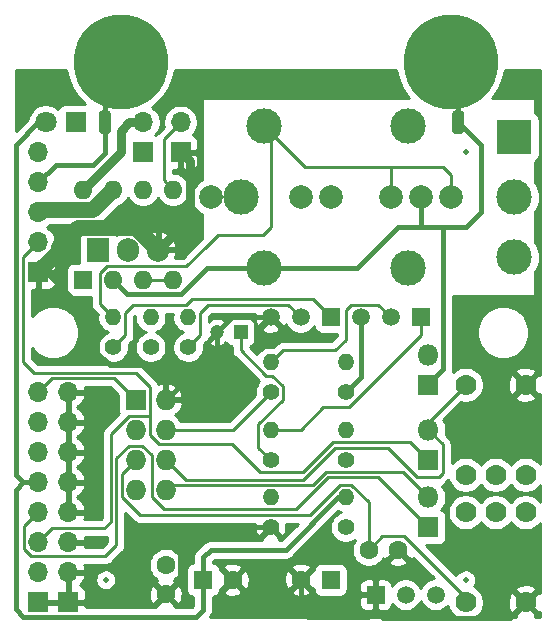
<source format=gtl>
G04 #@! TF.GenerationSoftware,KiCad,Pcbnew,(5.1.6-0-10_14)*
G04 #@! TF.CreationDate,2021-04-15T17:51:28+01:00*
G04 #@! TF.ProjectId,WiFive55,57694669-7665-4353-952e-6b696361645f,0.11*
G04 #@! TF.SameCoordinates,Original*
G04 #@! TF.FileFunction,Copper,L1,Top*
G04 #@! TF.FilePolarity,Positive*
%FSLAX46Y46*%
G04 Gerber Fmt 4.6, Leading zero omitted, Abs format (unit mm)*
G04 Created by KiCad (PCBNEW (5.1.6-0-10_14)) date 2021-04-15 17:51:28*
%MOMM*%
%LPD*%
G01*
G04 APERTURE LIST*
G04 #@! TA.AperFunction,ComponentPad*
%ADD10C,2.000000*%
G04 #@! TD*
G04 #@! TA.AperFunction,ComponentPad*
%ADD11C,1.600000*%
G04 #@! TD*
G04 #@! TA.AperFunction,ComponentPad*
%ADD12R,1.600000X1.600000*%
G04 #@! TD*
G04 #@! TA.AperFunction,ComponentPad*
%ADD13C,1.200000*%
G04 #@! TD*
G04 #@! TA.AperFunction,ComponentPad*
%ADD14R,1.200000X1.200000*%
G04 #@! TD*
G04 #@! TA.AperFunction,ComponentPad*
%ADD15O,1.400000X1.400000*%
G04 #@! TD*
G04 #@! TA.AperFunction,ComponentPad*
%ADD16C,1.400000*%
G04 #@! TD*
G04 #@! TA.AperFunction,ComponentPad*
%ADD17C,0.900000*%
G04 #@! TD*
G04 #@! TA.AperFunction,ComponentPad*
%ADD18C,8.000000*%
G04 #@! TD*
G04 #@! TA.AperFunction,ComponentPad*
%ADD19O,1.905000X2.000000*%
G04 #@! TD*
G04 #@! TA.AperFunction,ComponentPad*
%ADD20R,1.905000X2.000000*%
G04 #@! TD*
G04 #@! TA.AperFunction,ComponentPad*
%ADD21R,1.500000X1.500000*%
G04 #@! TD*
G04 #@! TA.AperFunction,ComponentPad*
%ADD22C,1.500000*%
G04 #@! TD*
G04 #@! TA.AperFunction,ComponentPad*
%ADD23O,1.700000X1.700000*%
G04 #@! TD*
G04 #@! TA.AperFunction,ComponentPad*
%ADD24R,1.700000X1.700000*%
G04 #@! TD*
G04 #@! TA.AperFunction,SMDPad,CuDef*
%ADD25C,0.500000*%
G04 #@! TD*
G04 #@! TA.AperFunction,ComponentPad*
%ADD26O,1.727200X1.727200*%
G04 #@! TD*
G04 #@! TA.AperFunction,ComponentPad*
%ADD27R,1.727200X1.727200*%
G04 #@! TD*
G04 #@! TA.AperFunction,ComponentPad*
%ADD28O,1.600000X1.600000*%
G04 #@! TD*
G04 #@! TA.AperFunction,ComponentPad*
%ADD29C,1.800000*%
G04 #@! TD*
G04 #@! TA.AperFunction,ComponentPad*
%ADD30R,1.800000X1.800000*%
G04 #@! TD*
G04 #@! TA.AperFunction,ComponentPad*
%ADD31C,3.000000*%
G04 #@! TD*
G04 #@! TA.AperFunction,ComponentPad*
%ADD32R,3.000000X3.000000*%
G04 #@! TD*
G04 #@! TA.AperFunction,ComponentPad*
%ADD33O,1.800000X1.800000*%
G04 #@! TD*
G04 #@! TA.AperFunction,ComponentPad*
%ADD34C,1.778000*%
G04 #@! TD*
G04 #@! TA.AperFunction,ViaPad*
%ADD35C,0.600000*%
G04 #@! TD*
G04 #@! TA.AperFunction,Conductor*
%ADD36C,0.400000*%
G04 #@! TD*
G04 #@! TA.AperFunction,Conductor*
%ADD37C,1.370000*%
G04 #@! TD*
G04 #@! TA.AperFunction,Conductor*
%ADD38C,0.800000*%
G04 #@! TD*
G04 #@! TA.AperFunction,Conductor*
%ADD39C,0.250000*%
G04 #@! TD*
G04 #@! TA.AperFunction,Conductor*
%ADD40C,0.254000*%
G04 #@! TD*
G04 APERTURE END LIST*
D10*
X137795000Y-59690000D03*
X135255000Y-59690000D03*
X132715000Y-59690000D03*
X127635000Y-59690000D03*
X125095000Y-59690000D03*
X117475000Y-59690000D03*
D11*
X119340000Y-92075000D03*
D12*
X116840000Y-92075000D03*
D11*
X125135000Y-92075000D03*
D12*
X127635000Y-92075000D03*
D13*
X118015000Y-71120000D03*
D14*
X120015000Y-71120000D03*
D15*
X115570000Y-69850000D03*
D16*
X115570000Y-72390000D03*
D17*
X135673680Y-50381320D03*
X137795000Y-51260000D03*
X139916320Y-50381320D03*
X140795000Y-48260000D03*
X139916320Y-46138680D03*
X137795000Y-45260000D03*
X135673680Y-46138680D03*
X134795000Y-48260000D03*
D18*
X137795000Y-48260000D03*
D17*
X107733680Y-50381320D03*
X109855000Y-51260000D03*
X111976320Y-50381320D03*
X112855000Y-48260000D03*
X111976320Y-46138680D03*
X109855000Y-45260000D03*
X107733680Y-46138680D03*
X106855000Y-48260000D03*
D18*
X109855000Y-48260000D03*
G04 #@! TA.AperFunction,SMDPad,CuDef*
G36*
G01*
X109030000Y-52590000D02*
X109030000Y-54090000D01*
G75*
G02*
X108780000Y-54340000I-250000J0D01*
G01*
X108280000Y-54340000D01*
G75*
G02*
X108030000Y-54090000I0J250000D01*
G01*
X108030000Y-52590000D01*
G75*
G02*
X108280000Y-52340000I250000J0D01*
G01*
X108780000Y-52340000D01*
G75*
G02*
X109030000Y-52590000I0J-250000D01*
G01*
G37*
G04 #@! TD.AperFunction*
G04 #@! TA.AperFunction,SMDPad,CuDef*
G36*
G01*
X138930000Y-52590000D02*
X138930000Y-54090000D01*
G75*
G02*
X138680000Y-54340000I-250000J0D01*
G01*
X138180000Y-54340000D01*
G75*
G02*
X137930000Y-54090000I0J250000D01*
G01*
X137930000Y-52590000D01*
G75*
G02*
X138180000Y-52340000I250000J0D01*
G01*
X138680000Y-52340000D01*
G75*
G02*
X138930000Y-52590000I0J-250000D01*
G01*
G37*
G04 #@! TD.AperFunction*
D19*
X113030000Y-64135000D03*
X110490000Y-64135000D03*
D20*
X107950000Y-64135000D03*
D21*
X135255000Y-69850000D03*
D22*
X130175000Y-69850000D03*
X132715000Y-69850000D03*
D21*
X127635000Y-69850000D03*
D22*
X122555000Y-69850000D03*
X125095000Y-69850000D03*
D23*
X111760000Y-53340000D03*
D24*
X111760000Y-55880000D03*
D23*
X114935000Y-53340000D03*
D24*
X114935000Y-55880000D03*
D15*
X122555000Y-85090000D03*
D16*
X122555000Y-87630000D03*
D15*
X122555000Y-73660000D03*
D16*
X122555000Y-76200000D03*
D15*
X128905000Y-73660000D03*
D16*
X128905000Y-76200000D03*
D15*
X128905000Y-79375000D03*
D16*
X128905000Y-81915000D03*
D15*
X128905000Y-85090000D03*
D16*
X128905000Y-87630000D03*
D15*
X112395000Y-69850000D03*
D16*
X112395000Y-72390000D03*
D15*
X122555000Y-79375000D03*
D16*
X122555000Y-81915000D03*
D15*
X109220000Y-69850000D03*
D16*
X109220000Y-72390000D03*
D25*
X139065000Y-55880000D03*
X108585000Y-92075000D03*
X139065000Y-92075000D03*
D21*
X131445000Y-93345000D03*
D22*
X136525000Y-93345000D03*
X133985000Y-93345000D03*
D23*
X105410000Y-76200000D03*
X105410000Y-78740000D03*
X105410000Y-81280000D03*
X105410000Y-83820000D03*
X105410000Y-86360000D03*
X105410000Y-88900000D03*
X105410000Y-91440000D03*
D24*
X105410000Y-93980000D03*
D23*
X102870000Y-76200000D03*
X102870000Y-78740000D03*
X102870000Y-81280000D03*
X102870000Y-83820000D03*
X102870000Y-86360000D03*
X102870000Y-88900000D03*
X102870000Y-91440000D03*
D24*
X102870000Y-93980000D03*
D23*
X102870000Y-55880000D03*
X102870000Y-58420000D03*
X102870000Y-60960000D03*
X102870000Y-63500000D03*
D24*
X102870000Y-66040000D03*
D26*
X113665000Y-84455000D03*
X111125000Y-84455000D03*
X113665000Y-81915000D03*
X111125000Y-81915000D03*
X113665000Y-79375000D03*
X111125000Y-79375000D03*
X113665000Y-76835000D03*
D27*
X111125000Y-76835000D03*
D11*
X113665000Y-93305000D03*
X113665000Y-90805000D03*
D28*
X106680000Y-59055000D03*
X114300000Y-66675000D03*
X109220000Y-59055000D03*
X111760000Y-66675000D03*
X111760000Y-59055000D03*
X109220000Y-66675000D03*
X114300000Y-59055000D03*
D12*
X106680000Y-66675000D03*
D29*
X103505000Y-53340000D03*
D30*
X106045000Y-53340000D03*
D31*
X143192500Y-64770000D03*
X143192500Y-59690000D03*
D32*
X143192500Y-54610000D03*
D33*
X135890000Y-73025000D03*
D30*
X135890000Y-75565000D03*
D33*
X135890000Y-85090000D03*
D30*
X135890000Y-87630000D03*
D33*
X135890000Y-79375000D03*
D30*
X135890000Y-81915000D03*
D34*
X144145000Y-86360000D03*
X141605000Y-86360000D03*
X139065000Y-86360000D03*
X139065000Y-93980000D03*
X144145000Y-93980000D03*
X139065000Y-83185000D03*
X141605000Y-83185000D03*
X144145000Y-83185000D03*
X144145000Y-75565000D03*
X139065000Y-75565000D03*
D31*
X120015000Y-59690000D03*
X122015000Y-53690000D03*
X134215000Y-53690000D03*
X134215000Y-65690000D03*
X122015000Y-65690000D03*
D11*
X130850000Y-89535000D03*
X133350000Y-89535000D03*
D35*
X144145000Y-50165000D03*
X102235000Y-50165000D03*
D36*
X100965000Y-73025000D02*
X100965000Y-83185000D01*
X100965000Y-73660000D02*
X100965000Y-73025000D01*
X100965000Y-83185000D02*
X101600000Y-83820000D01*
X100965000Y-73025000D02*
X100965000Y-55245000D01*
X100965000Y-55245000D02*
X102870000Y-53340000D01*
X130175000Y-74930000D02*
X128905000Y-76200000D01*
X130175000Y-69850000D02*
X130175000Y-74930000D01*
X128270000Y-85090000D02*
X128905000Y-85090000D01*
X116840000Y-90170000D02*
X117475000Y-89535000D01*
X116840000Y-92075000D02*
X116840000Y-90170000D01*
X123825000Y-89535000D02*
X128270000Y-85090000D01*
X120650000Y-89535000D02*
X123825000Y-89535000D01*
X121285000Y-89535000D02*
X120650000Y-89535000D01*
X120650000Y-89535000D02*
X117475000Y-89535000D01*
X101600000Y-83820000D02*
X102870000Y-83820000D01*
X100965000Y-94575002D02*
X101619999Y-95230001D01*
X101619999Y-95230001D02*
X116185001Y-95230001D01*
X116840000Y-94615000D02*
X116840000Y-92075000D01*
X116205000Y-95250000D02*
X116840000Y-94615000D01*
X100965000Y-84455000D02*
X100965000Y-94575002D01*
X116185001Y-95230001D02*
X116205000Y-95250000D01*
X101600000Y-83820000D02*
X100965000Y-84455000D01*
X103505000Y-53340000D02*
X102870000Y-53340000D01*
X131445000Y-94615000D02*
X130810000Y-95250000D01*
X133350000Y-89535000D02*
X131445000Y-91440000D01*
X131445000Y-91440000D02*
X131445000Y-93345000D01*
X131445000Y-94615000D02*
X131445000Y-93345000D01*
X142855999Y-95269001D02*
X132099001Y-95269001D01*
X132099001Y-95269001D02*
X131445000Y-94615000D01*
X144145000Y-93980000D02*
X142855999Y-95269001D01*
X105410000Y-76200000D02*
X105410000Y-78740000D01*
X105410000Y-78740000D02*
X105410000Y-81280000D01*
X105410000Y-81280000D02*
X105410000Y-83820000D01*
X105410000Y-83820000D02*
X105410000Y-86360000D01*
X119285000Y-69850000D02*
X122555000Y-69850000D01*
X118015000Y-71120000D02*
X119285000Y-69850000D01*
X118015000Y-72485000D02*
X116600020Y-73899980D01*
X118015000Y-71120000D02*
X118015000Y-72485000D01*
X116600020Y-73899980D02*
X113665000Y-76835000D01*
X108932456Y-73899980D02*
X107896271Y-72863795D01*
X116600020Y-73899980D02*
X108932456Y-73899980D01*
X125135000Y-92075000D02*
X125135000Y-94655000D01*
X125135000Y-94655000D02*
X125730000Y-95250000D01*
X125730000Y-95250000D02*
X130810000Y-95250000D01*
X114865001Y-92104999D02*
X114865001Y-88969999D01*
X113665000Y-93305000D02*
X114865001Y-92104999D01*
X116205000Y-87630000D02*
X117475000Y-87630000D01*
X114865001Y-88969999D02*
X116205000Y-87630000D01*
X117475000Y-87630000D02*
X117059998Y-87630000D01*
X122555000Y-87630000D02*
X117475000Y-87630000D01*
X102870000Y-66040000D02*
X103505000Y-66040000D01*
X107896271Y-70431271D02*
X107896271Y-72863795D01*
X103505000Y-66040000D02*
X107896271Y-70431271D01*
D37*
X104605001Y-64304999D02*
X102870000Y-66040000D01*
X104605001Y-63934497D02*
X104605001Y-64304999D01*
X106289499Y-62249999D02*
X104605001Y-63934497D01*
X113030000Y-64127864D02*
X111152135Y-62249999D01*
X111152135Y-62249999D02*
X106289499Y-62249999D01*
X113030000Y-64135000D02*
X113030000Y-64127864D01*
D38*
X115700001Y-56645001D02*
X114935000Y-55880000D01*
X115700001Y-61464999D02*
X115700001Y-56645001D01*
X113030000Y-64135000D02*
X115700001Y-61464999D01*
D39*
X123580001Y-76832997D02*
X123580001Y-75707999D01*
X122555000Y-81915000D02*
X121529999Y-80889999D01*
X123580001Y-75707999D02*
X122678501Y-74806499D01*
X121529999Y-80889999D02*
X121529999Y-78882999D01*
X121529999Y-78882999D02*
X123580001Y-76832997D01*
X120015000Y-72637002D02*
X120015000Y-71120000D01*
X122184497Y-74806499D02*
X120015000Y-72637002D01*
X122678501Y-74806499D02*
X122184497Y-74806499D01*
X111125000Y-76835000D02*
X109314999Y-75024999D01*
X104045001Y-75024999D02*
X102870000Y-76200000D01*
X109314999Y-75024999D02*
X104869999Y-75024999D01*
X104869999Y-75024999D02*
X104045001Y-75024999D01*
X104869999Y-75024999D02*
X104680001Y-75024999D01*
X122555000Y-76200000D02*
X119380000Y-79375000D01*
X119380000Y-79375000D02*
X113665000Y-79375000D01*
D36*
X137190001Y-74264999D02*
X135890000Y-75565000D01*
X137190001Y-73055001D02*
X137190001Y-74264999D01*
X137190001Y-73649001D02*
X137190001Y-73055001D01*
X110420001Y-67875001D02*
X109220000Y-66675000D01*
X115004999Y-67875001D02*
X110420001Y-67875001D01*
X117190000Y-65690000D02*
X120745000Y-65690000D01*
X115004999Y-67875001D02*
X117190000Y-65690000D01*
X137190001Y-73055001D02*
X137190001Y-62895001D01*
X137190001Y-62895001D02*
X137190001Y-62834999D01*
X124810000Y-65690000D02*
X126715000Y-65690000D01*
X117825000Y-65690000D02*
X124810000Y-65690000D01*
X137190001Y-62260001D02*
X137160000Y-62230000D01*
X137190001Y-62895001D02*
X137190001Y-62260001D01*
X138430000Y-48895000D02*
X138220010Y-48685010D01*
X138430000Y-53340000D02*
X138430000Y-48895000D01*
X135255000Y-62230000D02*
X135255000Y-59690000D01*
X135255000Y-62230000D02*
X137160000Y-62230000D01*
X129255000Y-65690000D02*
X124810000Y-65690000D01*
X133350000Y-62230000D02*
X129890000Y-65690000D01*
X129890000Y-65690000D02*
X129255000Y-65690000D01*
X135255000Y-62230000D02*
X133350000Y-62230000D01*
X137160000Y-62230000D02*
X139065000Y-62230000D01*
X139065000Y-62230000D02*
X140335000Y-60960000D01*
X138430000Y-53340000D02*
X140335000Y-55245000D01*
X140335000Y-60960000D02*
X140335000Y-55245000D01*
D39*
X131975001Y-88409999D02*
X130850000Y-89535000D01*
X133890001Y-88409999D02*
X139065000Y-93584998D01*
X139065000Y-93584998D02*
X139065000Y-93980000D01*
X131975001Y-88409999D02*
X133890001Y-88409999D01*
X128412999Y-84064999D02*
X129397001Y-84064999D01*
X125912987Y-86565011D02*
X128412999Y-84064999D01*
X130850000Y-85517998D02*
X130850000Y-89535000D01*
X109936399Y-85025529D02*
X111475881Y-86565011D01*
X111475881Y-86565011D02*
X125912987Y-86565011D01*
X109936399Y-83103601D02*
X109936399Y-85025529D01*
X129397001Y-84064999D02*
X130850000Y-85517998D01*
X111125000Y-81915000D02*
X109936399Y-83103601D01*
X111760000Y-66675000D02*
X114300000Y-66675000D01*
X108094999Y-68724999D02*
X109220000Y-69850000D01*
X108679999Y-65549999D02*
X108094999Y-66134999D01*
X108094999Y-66134999D02*
X108094999Y-68724999D01*
X109999999Y-65549999D02*
X108679999Y-65549999D01*
D36*
X104360011Y-56929989D02*
X102870000Y-58420000D01*
X107535011Y-56929989D02*
X104360011Y-56929989D01*
D39*
X109364999Y-65549999D02*
X115425001Y-65549999D01*
X115425001Y-65549999D02*
X117157500Y-63817500D01*
X117157500Y-63817500D02*
X117475000Y-63500000D01*
X118110000Y-62865000D02*
X121920000Y-62865000D01*
X117157500Y-63817500D02*
X118110000Y-62865000D01*
D36*
X108530000Y-53340000D02*
X108530000Y-55935000D01*
X108530000Y-55935000D02*
X107950000Y-56515000D01*
X107950000Y-56515000D02*
X107535011Y-56929989D01*
X108220000Y-56245000D02*
X107950000Y-56515000D01*
X108530000Y-49585000D02*
X109429990Y-48685010D01*
X108530000Y-53340000D02*
X108530000Y-49585000D01*
D39*
X122555000Y-62230000D02*
X122555000Y-54230000D01*
X121920000Y-62865000D02*
X122555000Y-62230000D01*
X122555000Y-54230000D02*
X122015000Y-53690000D01*
X122015000Y-53690000D02*
X125475000Y-57150000D01*
X129540000Y-57150000D02*
X130175000Y-57150000D01*
X125475000Y-57150000D02*
X129540000Y-57150000D01*
X129540000Y-57150000D02*
X132715000Y-57150000D01*
X132715000Y-59690000D02*
X132715000Y-57150000D01*
X132715000Y-57150000D02*
X137160000Y-57150000D01*
X137795000Y-57785000D02*
X137160000Y-57150000D01*
X137795000Y-57785000D02*
X137795000Y-59690000D01*
X123580001Y-72634999D02*
X122555000Y-73660000D01*
X126935003Y-72634999D02*
X126120001Y-72634999D01*
X126120001Y-72634999D02*
X123580001Y-72634999D01*
X128905000Y-71755000D02*
X128025001Y-72634999D01*
X128905000Y-69215000D02*
X128905000Y-71755000D01*
X129345001Y-68774999D02*
X128905000Y-69215000D01*
X131639999Y-68774999D02*
X129345001Y-68774999D01*
X128025001Y-72634999D02*
X126120001Y-72634999D01*
X132715000Y-69850000D02*
X131639999Y-68774999D01*
X122555000Y-79375000D02*
X125095000Y-79375000D01*
X125095000Y-79375000D02*
X127000000Y-77470000D01*
X135255000Y-71367002D02*
X135255000Y-69850000D01*
X129152002Y-77470000D02*
X135255000Y-71367002D01*
X127000000Y-77470000D02*
X129152002Y-77470000D01*
X110554471Y-78186399D02*
X112313601Y-78186399D01*
X109036379Y-79704491D02*
X110554471Y-78186399D01*
X109036379Y-87178621D02*
X109036379Y-79704491D01*
X134375001Y-80400001D02*
X135890000Y-81915000D01*
X127878589Y-80400001D02*
X134375001Y-80400001D01*
X125338589Y-82940001D02*
X127878589Y-80400001D01*
X119298601Y-80563601D02*
X121675001Y-82940001D01*
X113094471Y-80563601D02*
X119298601Y-80563601D01*
X121675001Y-82940001D02*
X125338589Y-82940001D01*
X112313601Y-79782731D02*
X113094471Y-80563601D01*
X112313601Y-78186399D02*
X112313601Y-79782731D01*
X108490001Y-87724999D02*
X109036379Y-87178621D01*
X104045001Y-87724999D02*
X102870000Y-88900000D01*
X104869999Y-87724999D02*
X104045001Y-87724999D01*
X104680001Y-87724999D02*
X104869999Y-87724999D01*
X104869999Y-87724999D02*
X108490001Y-87724999D01*
X112313601Y-75711399D02*
X112313601Y-78186399D01*
X111177191Y-74574989D02*
X112313601Y-75711399D01*
X102514989Y-74574989D02*
X111177191Y-74574989D01*
X101600000Y-73660000D02*
X102514989Y-74574989D01*
X101600000Y-64770000D02*
X101600000Y-73660000D01*
X102870000Y-63500000D02*
X101600000Y-64770000D01*
X133740001Y-82940001D02*
X135890000Y-85090000D01*
X126120001Y-84064999D02*
X127244999Y-82940001D01*
X127244999Y-82940001D02*
X133740001Y-82940001D01*
X114055001Y-84064999D02*
X126120001Y-84064999D01*
X113665000Y-84455000D02*
X114055001Y-84064999D01*
X113500001Y-58255001D02*
X113500001Y-54774999D01*
X113500001Y-54774999D02*
X114935000Y-53340000D01*
X114300000Y-59055000D02*
X113500001Y-58255001D01*
X115932487Y-68324989D02*
X126109989Y-68324989D01*
X109220000Y-72390000D02*
X110245001Y-71364999D01*
X110880001Y-68824999D02*
X115432477Y-68824999D01*
X126109989Y-68324989D02*
X127635000Y-69850000D01*
X110245001Y-69459999D02*
X110880001Y-68824999D01*
X115432477Y-68824999D02*
X115932487Y-68324989D01*
X110245001Y-71364999D02*
X110245001Y-69459999D01*
D37*
X107534999Y-60740001D02*
X109220000Y-59055000D01*
X103089999Y-60740001D02*
X102870000Y-60960000D01*
X107534999Y-60740001D02*
X103089999Y-60740001D01*
D38*
X110557919Y-53340000D02*
X109855000Y-54042919D01*
X111760000Y-53340000D02*
X110557919Y-53340000D01*
X109855000Y-55880000D02*
X106680000Y-59055000D01*
X109855000Y-54042919D02*
X109855000Y-55880000D01*
D39*
X102305999Y-90075001D02*
X101694999Y-89464001D01*
X109486389Y-89166389D02*
X108577777Y-90075001D01*
X109486389Y-81794481D02*
X109486389Y-89166389D01*
X110554471Y-80726399D02*
X109486389Y-81794481D01*
X111695529Y-80726399D02*
X110554471Y-80726399D01*
X112476399Y-81507269D02*
X111695529Y-80726399D01*
X101694999Y-89464001D02*
X101694999Y-87535001D01*
X108577777Y-90075001D02*
X102305999Y-90075001D01*
X112476399Y-85025529D02*
X112476399Y-81507269D01*
X113565871Y-86115001D02*
X112476399Y-85025529D01*
X131650011Y-83390011D02*
X127431399Y-83390011D01*
X127431399Y-83390011D02*
X124706409Y-86115001D01*
X101694999Y-87535001D02*
X102870000Y-86360000D01*
X124706409Y-86115001D02*
X113565871Y-86115001D01*
X135890000Y-87630000D02*
X131650011Y-83390011D01*
X135255000Y-79375000D02*
X139065000Y-75565000D01*
X115364989Y-83614989D02*
X113665000Y-81915000D01*
X128025001Y-80889999D02*
X125300011Y-83614989D01*
X132479997Y-80889999D02*
X128025001Y-80889999D01*
X125300011Y-83614989D02*
X115364989Y-83614989D01*
X137115001Y-80600001D02*
X137115001Y-83075001D01*
X134980009Y-83390011D02*
X132479997Y-80889999D01*
X135890000Y-79375000D02*
X137115001Y-80600001D01*
X136799991Y-83390011D02*
X134980009Y-83390011D01*
X137115001Y-83075001D02*
X136799991Y-83390011D01*
X125095000Y-69850000D02*
X124019999Y-68774999D01*
X116595001Y-69459999D02*
X117280001Y-68774999D01*
X116595001Y-71364999D02*
X116595001Y-69459999D01*
X115570000Y-72390000D02*
X116595001Y-71364999D01*
X117280001Y-68774999D02*
X124019999Y-68774999D01*
D40*
G36*
X137714449Y-83906885D02*
G01*
X137881232Y-84156493D01*
X138093507Y-84368768D01*
X138343115Y-84535551D01*
X138620466Y-84650434D01*
X138914899Y-84709000D01*
X139215101Y-84709000D01*
X139509534Y-84650434D01*
X139786885Y-84535551D01*
X140036493Y-84368768D01*
X140248768Y-84156493D01*
X140335000Y-84027438D01*
X140421232Y-84156493D01*
X140633507Y-84368768D01*
X140883115Y-84535551D01*
X141160466Y-84650434D01*
X141454899Y-84709000D01*
X141755101Y-84709000D01*
X142049534Y-84650434D01*
X142326885Y-84535551D01*
X142576493Y-84368768D01*
X142788768Y-84156493D01*
X142875000Y-84027438D01*
X142961232Y-84156493D01*
X143173507Y-84368768D01*
X143423115Y-84535551D01*
X143700466Y-84650434D01*
X143994899Y-84709000D01*
X144295101Y-84709000D01*
X144589534Y-84650434D01*
X144866885Y-84535551D01*
X145116493Y-84368768D01*
X145328768Y-84156493D01*
X145390001Y-84064852D01*
X145390001Y-85480148D01*
X145328768Y-85388507D01*
X145116493Y-85176232D01*
X144866885Y-85009449D01*
X144589534Y-84894566D01*
X144295101Y-84836000D01*
X143994899Y-84836000D01*
X143700466Y-84894566D01*
X143423115Y-85009449D01*
X143173507Y-85176232D01*
X142961232Y-85388507D01*
X142875000Y-85517562D01*
X142788768Y-85388507D01*
X142576493Y-85176232D01*
X142326885Y-85009449D01*
X142049534Y-84894566D01*
X141755101Y-84836000D01*
X141454899Y-84836000D01*
X141160466Y-84894566D01*
X140883115Y-85009449D01*
X140633507Y-85176232D01*
X140421232Y-85388507D01*
X140335000Y-85517562D01*
X140248768Y-85388507D01*
X140036493Y-85176232D01*
X139786885Y-85009449D01*
X139509534Y-84894566D01*
X139215101Y-84836000D01*
X138914899Y-84836000D01*
X138620466Y-84894566D01*
X138343115Y-85009449D01*
X138093507Y-85176232D01*
X137881232Y-85388507D01*
X137714449Y-85638115D01*
X137599566Y-85915466D01*
X137541000Y-86209899D01*
X137541000Y-86510101D01*
X137599566Y-86804534D01*
X137714449Y-87081885D01*
X137881232Y-87331493D01*
X138093507Y-87543768D01*
X138343115Y-87710551D01*
X138620466Y-87825434D01*
X138914899Y-87884000D01*
X139215101Y-87884000D01*
X139509534Y-87825434D01*
X139786885Y-87710551D01*
X140036493Y-87543768D01*
X140248768Y-87331493D01*
X140335000Y-87202438D01*
X140421232Y-87331493D01*
X140633507Y-87543768D01*
X140883115Y-87710551D01*
X141160466Y-87825434D01*
X141454899Y-87884000D01*
X141755101Y-87884000D01*
X142049534Y-87825434D01*
X142326885Y-87710551D01*
X142576493Y-87543768D01*
X142788768Y-87331493D01*
X142875000Y-87202438D01*
X142961232Y-87331493D01*
X143173507Y-87543768D01*
X143423115Y-87710551D01*
X143700466Y-87825434D01*
X143994899Y-87884000D01*
X144295101Y-87884000D01*
X144589534Y-87825434D01*
X144866885Y-87710551D01*
X145116493Y-87543768D01*
X145328768Y-87331493D01*
X145390001Y-87239852D01*
X145390001Y-93164806D01*
X145201231Y-93103374D01*
X144324605Y-93980000D01*
X145201231Y-94856626D01*
X145390001Y-94795194D01*
X145390001Y-95217715D01*
X145389335Y-95224513D01*
X145384699Y-95225000D01*
X144960195Y-95225000D01*
X145021626Y-95036231D01*
X144145000Y-94159605D01*
X143268374Y-95036231D01*
X143329805Y-95225000D01*
X139944853Y-95225000D01*
X140036493Y-95163768D01*
X140248768Y-94951493D01*
X140415551Y-94701885D01*
X140530434Y-94424534D01*
X140589000Y-94130101D01*
X140589000Y-94046988D01*
X142615092Y-94046988D01*
X142657557Y-94344171D01*
X142757184Y-94627359D01*
X142835711Y-94774273D01*
X143088769Y-94856626D01*
X143965395Y-93980000D01*
X143088769Y-93103374D01*
X142835711Y-93185727D01*
X142705914Y-93456418D01*
X142631420Y-93747230D01*
X142615092Y-94046988D01*
X140589000Y-94046988D01*
X140589000Y-93829899D01*
X140530434Y-93535466D01*
X140415551Y-93258115D01*
X140248768Y-93008507D01*
X140164030Y-92923769D01*
X143268374Y-92923769D01*
X144145000Y-93800395D01*
X145021626Y-92923769D01*
X144939273Y-92670711D01*
X144668582Y-92540914D01*
X144377770Y-92466420D01*
X144078012Y-92450092D01*
X143780829Y-92492557D01*
X143497641Y-92592184D01*
X143350727Y-92670711D01*
X143268374Y-92923769D01*
X140164030Y-92923769D01*
X140036493Y-92796232D01*
X139786885Y-92629449D01*
X139764974Y-92620373D01*
X139849277Y-92494205D01*
X139915990Y-92333145D01*
X139950000Y-92162165D01*
X139950000Y-91987835D01*
X139915990Y-91816855D01*
X139849277Y-91655795D01*
X139752424Y-91510845D01*
X139629155Y-91387576D01*
X139484205Y-91290723D01*
X139323145Y-91224010D01*
X139152165Y-91190000D01*
X138977835Y-91190000D01*
X138806855Y-91224010D01*
X138645795Y-91290723D01*
X138500845Y-91387576D01*
X138377576Y-91510845D01*
X138280723Y-91655795D01*
X138260184Y-91705380D01*
X135722875Y-89168072D01*
X136790000Y-89168072D01*
X136914482Y-89155812D01*
X137034180Y-89119502D01*
X137144494Y-89060537D01*
X137241185Y-88981185D01*
X137320537Y-88884494D01*
X137379502Y-88774180D01*
X137415812Y-88654482D01*
X137428072Y-88530000D01*
X137428072Y-86730000D01*
X137415812Y-86605518D01*
X137379502Y-86485820D01*
X137320537Y-86375506D01*
X137241185Y-86278815D01*
X137144494Y-86199463D01*
X137034180Y-86140498D01*
X137015873Y-86134944D01*
X137082312Y-86068505D01*
X137250299Y-85817095D01*
X137366011Y-85537743D01*
X137425000Y-85241184D01*
X137425000Y-84938816D01*
X137366011Y-84642257D01*
X137250299Y-84362905D01*
X137082312Y-84111495D01*
X137072394Y-84101577D01*
X137092238Y-84095557D01*
X137224267Y-84024985D01*
X137339992Y-83930012D01*
X137363794Y-83901009D01*
X137610023Y-83654780D01*
X137714449Y-83906885D01*
G37*
X137714449Y-83906885D02*
X137881232Y-84156493D01*
X138093507Y-84368768D01*
X138343115Y-84535551D01*
X138620466Y-84650434D01*
X138914899Y-84709000D01*
X139215101Y-84709000D01*
X139509534Y-84650434D01*
X139786885Y-84535551D01*
X140036493Y-84368768D01*
X140248768Y-84156493D01*
X140335000Y-84027438D01*
X140421232Y-84156493D01*
X140633507Y-84368768D01*
X140883115Y-84535551D01*
X141160466Y-84650434D01*
X141454899Y-84709000D01*
X141755101Y-84709000D01*
X142049534Y-84650434D01*
X142326885Y-84535551D01*
X142576493Y-84368768D01*
X142788768Y-84156493D01*
X142875000Y-84027438D01*
X142961232Y-84156493D01*
X143173507Y-84368768D01*
X143423115Y-84535551D01*
X143700466Y-84650434D01*
X143994899Y-84709000D01*
X144295101Y-84709000D01*
X144589534Y-84650434D01*
X144866885Y-84535551D01*
X145116493Y-84368768D01*
X145328768Y-84156493D01*
X145390001Y-84064852D01*
X145390001Y-85480148D01*
X145328768Y-85388507D01*
X145116493Y-85176232D01*
X144866885Y-85009449D01*
X144589534Y-84894566D01*
X144295101Y-84836000D01*
X143994899Y-84836000D01*
X143700466Y-84894566D01*
X143423115Y-85009449D01*
X143173507Y-85176232D01*
X142961232Y-85388507D01*
X142875000Y-85517562D01*
X142788768Y-85388507D01*
X142576493Y-85176232D01*
X142326885Y-85009449D01*
X142049534Y-84894566D01*
X141755101Y-84836000D01*
X141454899Y-84836000D01*
X141160466Y-84894566D01*
X140883115Y-85009449D01*
X140633507Y-85176232D01*
X140421232Y-85388507D01*
X140335000Y-85517562D01*
X140248768Y-85388507D01*
X140036493Y-85176232D01*
X139786885Y-85009449D01*
X139509534Y-84894566D01*
X139215101Y-84836000D01*
X138914899Y-84836000D01*
X138620466Y-84894566D01*
X138343115Y-85009449D01*
X138093507Y-85176232D01*
X137881232Y-85388507D01*
X137714449Y-85638115D01*
X137599566Y-85915466D01*
X137541000Y-86209899D01*
X137541000Y-86510101D01*
X137599566Y-86804534D01*
X137714449Y-87081885D01*
X137881232Y-87331493D01*
X138093507Y-87543768D01*
X138343115Y-87710551D01*
X138620466Y-87825434D01*
X138914899Y-87884000D01*
X139215101Y-87884000D01*
X139509534Y-87825434D01*
X139786885Y-87710551D01*
X140036493Y-87543768D01*
X140248768Y-87331493D01*
X140335000Y-87202438D01*
X140421232Y-87331493D01*
X140633507Y-87543768D01*
X140883115Y-87710551D01*
X141160466Y-87825434D01*
X141454899Y-87884000D01*
X141755101Y-87884000D01*
X142049534Y-87825434D01*
X142326885Y-87710551D01*
X142576493Y-87543768D01*
X142788768Y-87331493D01*
X142875000Y-87202438D01*
X142961232Y-87331493D01*
X143173507Y-87543768D01*
X143423115Y-87710551D01*
X143700466Y-87825434D01*
X143994899Y-87884000D01*
X144295101Y-87884000D01*
X144589534Y-87825434D01*
X144866885Y-87710551D01*
X145116493Y-87543768D01*
X145328768Y-87331493D01*
X145390001Y-87239852D01*
X145390001Y-93164806D01*
X145201231Y-93103374D01*
X144324605Y-93980000D01*
X145201231Y-94856626D01*
X145390001Y-94795194D01*
X145390001Y-95217715D01*
X145389335Y-95224513D01*
X145384699Y-95225000D01*
X144960195Y-95225000D01*
X145021626Y-95036231D01*
X144145000Y-94159605D01*
X143268374Y-95036231D01*
X143329805Y-95225000D01*
X139944853Y-95225000D01*
X140036493Y-95163768D01*
X140248768Y-94951493D01*
X140415551Y-94701885D01*
X140530434Y-94424534D01*
X140589000Y-94130101D01*
X140589000Y-94046988D01*
X142615092Y-94046988D01*
X142657557Y-94344171D01*
X142757184Y-94627359D01*
X142835711Y-94774273D01*
X143088769Y-94856626D01*
X143965395Y-93980000D01*
X143088769Y-93103374D01*
X142835711Y-93185727D01*
X142705914Y-93456418D01*
X142631420Y-93747230D01*
X142615092Y-94046988D01*
X140589000Y-94046988D01*
X140589000Y-93829899D01*
X140530434Y-93535466D01*
X140415551Y-93258115D01*
X140248768Y-93008507D01*
X140164030Y-92923769D01*
X143268374Y-92923769D01*
X144145000Y-93800395D01*
X145021626Y-92923769D01*
X144939273Y-92670711D01*
X144668582Y-92540914D01*
X144377770Y-92466420D01*
X144078012Y-92450092D01*
X143780829Y-92492557D01*
X143497641Y-92592184D01*
X143350727Y-92670711D01*
X143268374Y-92923769D01*
X140164030Y-92923769D01*
X140036493Y-92796232D01*
X139786885Y-92629449D01*
X139764974Y-92620373D01*
X139849277Y-92494205D01*
X139915990Y-92333145D01*
X139950000Y-92162165D01*
X139950000Y-91987835D01*
X139915990Y-91816855D01*
X139849277Y-91655795D01*
X139752424Y-91510845D01*
X139629155Y-91387576D01*
X139484205Y-91290723D01*
X139323145Y-91224010D01*
X139152165Y-91190000D01*
X138977835Y-91190000D01*
X138806855Y-91224010D01*
X138645795Y-91290723D01*
X138500845Y-91387576D01*
X138377576Y-91510845D01*
X138280723Y-91655795D01*
X138260184Y-91705380D01*
X135722875Y-89168072D01*
X136790000Y-89168072D01*
X136914482Y-89155812D01*
X137034180Y-89119502D01*
X137144494Y-89060537D01*
X137241185Y-88981185D01*
X137320537Y-88884494D01*
X137379502Y-88774180D01*
X137415812Y-88654482D01*
X137428072Y-88530000D01*
X137428072Y-86730000D01*
X137415812Y-86605518D01*
X137379502Y-86485820D01*
X137320537Y-86375506D01*
X137241185Y-86278815D01*
X137144494Y-86199463D01*
X137034180Y-86140498D01*
X137015873Y-86134944D01*
X137082312Y-86068505D01*
X137250299Y-85817095D01*
X137366011Y-85537743D01*
X137425000Y-85241184D01*
X137425000Y-84938816D01*
X137366011Y-84642257D01*
X137250299Y-84362905D01*
X137082312Y-84111495D01*
X137072394Y-84101577D01*
X137092238Y-84095557D01*
X137224267Y-84024985D01*
X137339992Y-83930012D01*
X137363794Y-83901009D01*
X137610023Y-83654780D01*
X137714449Y-83906885D01*
G36*
X128272641Y-86273061D02*
G01*
X128482530Y-86360000D01*
X128272641Y-86446939D01*
X128053987Y-86593038D01*
X127868038Y-86778987D01*
X127721939Y-86997641D01*
X127621304Y-87240595D01*
X127570000Y-87498514D01*
X127570000Y-87761486D01*
X127621304Y-88019405D01*
X127721939Y-88262359D01*
X127868038Y-88481013D01*
X128053987Y-88666962D01*
X128272641Y-88813061D01*
X128515595Y-88913696D01*
X128773514Y-88965000D01*
X129036486Y-88965000D01*
X129294405Y-88913696D01*
X129537359Y-88813061D01*
X129662311Y-88729571D01*
X129578320Y-88855273D01*
X129470147Y-89116426D01*
X129415000Y-89393665D01*
X129415000Y-89676335D01*
X129470147Y-89953574D01*
X129578320Y-90214727D01*
X129735363Y-90449759D01*
X129935241Y-90649637D01*
X130170273Y-90806680D01*
X130431426Y-90914853D01*
X130708665Y-90970000D01*
X130991335Y-90970000D01*
X131268574Y-90914853D01*
X131529727Y-90806680D01*
X131764759Y-90649637D01*
X131886694Y-90527702D01*
X132536903Y-90527702D01*
X132608486Y-90771671D01*
X132863996Y-90892571D01*
X133138184Y-90961300D01*
X133420512Y-90975217D01*
X133700130Y-90933787D01*
X133966292Y-90838603D01*
X134091514Y-90771671D01*
X134163097Y-90527702D01*
X133350000Y-89714605D01*
X132536903Y-90527702D01*
X131886694Y-90527702D01*
X131964637Y-90449759D01*
X132098692Y-90249131D01*
X132113329Y-90276514D01*
X132357298Y-90348097D01*
X133170395Y-89535000D01*
X133156253Y-89520858D01*
X133335858Y-89341253D01*
X133350000Y-89355395D01*
X133364143Y-89341253D01*
X133543748Y-89520858D01*
X133529605Y-89535000D01*
X134342702Y-90348097D01*
X134586671Y-90276514D01*
X134617198Y-90211998D01*
X136369081Y-91963880D01*
X136121011Y-92013225D01*
X135868957Y-92117629D01*
X135642114Y-92269201D01*
X135449201Y-92462114D01*
X135297629Y-92688957D01*
X135255000Y-92791873D01*
X135212371Y-92688957D01*
X135060799Y-92462114D01*
X134867886Y-92269201D01*
X134641043Y-92117629D01*
X134388989Y-92013225D01*
X134121411Y-91960000D01*
X133848589Y-91960000D01*
X133581011Y-92013225D01*
X133328957Y-92117629D01*
X133102114Y-92269201D01*
X132909201Y-92462114D01*
X132831445Y-92578483D01*
X132820812Y-92470518D01*
X132784502Y-92350820D01*
X132725537Y-92240506D01*
X132646185Y-92143815D01*
X132549494Y-92064463D01*
X132439180Y-92005498D01*
X132319482Y-91969188D01*
X132195000Y-91956928D01*
X131730750Y-91960000D01*
X131572000Y-92118750D01*
X131572000Y-93218000D01*
X131592000Y-93218000D01*
X131592000Y-93472000D01*
X131572000Y-93472000D01*
X131572000Y-94571250D01*
X131730750Y-94730000D01*
X132195000Y-94733072D01*
X132319482Y-94720812D01*
X132439180Y-94684502D01*
X132549494Y-94625537D01*
X132646185Y-94546185D01*
X132725537Y-94449494D01*
X132784502Y-94339180D01*
X132820812Y-94219482D01*
X132831445Y-94111517D01*
X132909201Y-94227886D01*
X133102114Y-94420799D01*
X133328957Y-94572371D01*
X133581011Y-94676775D01*
X133848589Y-94730000D01*
X134121411Y-94730000D01*
X134388989Y-94676775D01*
X134641043Y-94572371D01*
X134867886Y-94420799D01*
X135060799Y-94227886D01*
X135212371Y-94001043D01*
X135255000Y-93898127D01*
X135297629Y-94001043D01*
X135449201Y-94227886D01*
X135642114Y-94420799D01*
X135868957Y-94572371D01*
X136121011Y-94676775D01*
X136388589Y-94730000D01*
X136661411Y-94730000D01*
X136928989Y-94676775D01*
X137181043Y-94572371D01*
X137407886Y-94420799D01*
X137567145Y-94261540D01*
X137599566Y-94424534D01*
X137714449Y-94701885D01*
X137881232Y-94951493D01*
X138093507Y-95163768D01*
X138185147Y-95225000D01*
X117412931Y-95225000D01*
X117433291Y-95208291D01*
X117461619Y-95173774D01*
X117537636Y-95081146D01*
X117615172Y-94936087D01*
X117622657Y-94911413D01*
X117662918Y-94778689D01*
X117675000Y-94656019D01*
X117675000Y-94656018D01*
X117679040Y-94615000D01*
X117675000Y-94573982D01*
X117675000Y-94095000D01*
X130056928Y-94095000D01*
X130069188Y-94219482D01*
X130105498Y-94339180D01*
X130164463Y-94449494D01*
X130243815Y-94546185D01*
X130340506Y-94625537D01*
X130450820Y-94684502D01*
X130570518Y-94720812D01*
X130695000Y-94733072D01*
X131159250Y-94730000D01*
X131318000Y-94571250D01*
X131318000Y-93472000D01*
X130218750Y-93472000D01*
X130060000Y-93630750D01*
X130056928Y-94095000D01*
X117675000Y-94095000D01*
X117675000Y-93509625D01*
X117764482Y-93500812D01*
X117884180Y-93464502D01*
X117994494Y-93405537D01*
X118091185Y-93326185D01*
X118170537Y-93229494D01*
X118229502Y-93119180D01*
X118245117Y-93067702D01*
X118526903Y-93067702D01*
X118598486Y-93311671D01*
X118853996Y-93432571D01*
X119128184Y-93501300D01*
X119410512Y-93515217D01*
X119690130Y-93473787D01*
X119956292Y-93378603D01*
X120081514Y-93311671D01*
X120153097Y-93067702D01*
X124321903Y-93067702D01*
X124393486Y-93311671D01*
X124648996Y-93432571D01*
X124923184Y-93501300D01*
X125205512Y-93515217D01*
X125485130Y-93473787D01*
X125751292Y-93378603D01*
X125876514Y-93311671D01*
X125948097Y-93067702D01*
X125135000Y-92254605D01*
X124321903Y-93067702D01*
X120153097Y-93067702D01*
X119340000Y-92254605D01*
X118526903Y-93067702D01*
X118245117Y-93067702D01*
X118265812Y-92999482D01*
X118278072Y-92875000D01*
X118278072Y-92867785D01*
X118347298Y-92888097D01*
X119160395Y-92075000D01*
X119519605Y-92075000D01*
X120332702Y-92888097D01*
X120576671Y-92816514D01*
X120697571Y-92561004D01*
X120766300Y-92286816D01*
X120773265Y-92145512D01*
X123694783Y-92145512D01*
X123736213Y-92425130D01*
X123831397Y-92691292D01*
X123898329Y-92816514D01*
X124142298Y-92888097D01*
X124955395Y-92075000D01*
X125314605Y-92075000D01*
X126127702Y-92888097D01*
X126196928Y-92867785D01*
X126196928Y-92875000D01*
X126209188Y-92999482D01*
X126245498Y-93119180D01*
X126304463Y-93229494D01*
X126383815Y-93326185D01*
X126480506Y-93405537D01*
X126590820Y-93464502D01*
X126710518Y-93500812D01*
X126835000Y-93513072D01*
X128435000Y-93513072D01*
X128559482Y-93500812D01*
X128679180Y-93464502D01*
X128789494Y-93405537D01*
X128886185Y-93326185D01*
X128965537Y-93229494D01*
X129024502Y-93119180D01*
X129060812Y-92999482D01*
X129073072Y-92875000D01*
X129073072Y-92595000D01*
X130056928Y-92595000D01*
X130060000Y-93059250D01*
X130218750Y-93218000D01*
X131318000Y-93218000D01*
X131318000Y-92118750D01*
X131159250Y-91960000D01*
X130695000Y-91956928D01*
X130570518Y-91969188D01*
X130450820Y-92005498D01*
X130340506Y-92064463D01*
X130243815Y-92143815D01*
X130164463Y-92240506D01*
X130105498Y-92350820D01*
X130069188Y-92470518D01*
X130056928Y-92595000D01*
X129073072Y-92595000D01*
X129073072Y-91275000D01*
X129060812Y-91150518D01*
X129024502Y-91030820D01*
X128965537Y-90920506D01*
X128886185Y-90823815D01*
X128789494Y-90744463D01*
X128679180Y-90685498D01*
X128559482Y-90649188D01*
X128435000Y-90636928D01*
X126835000Y-90636928D01*
X126710518Y-90649188D01*
X126590820Y-90685498D01*
X126480506Y-90744463D01*
X126383815Y-90823815D01*
X126304463Y-90920506D01*
X126245498Y-91030820D01*
X126209188Y-91150518D01*
X126196928Y-91275000D01*
X126196928Y-91282215D01*
X126127702Y-91261903D01*
X125314605Y-92075000D01*
X124955395Y-92075000D01*
X124142298Y-91261903D01*
X123898329Y-91333486D01*
X123777429Y-91588996D01*
X123708700Y-91863184D01*
X123694783Y-92145512D01*
X120773265Y-92145512D01*
X120780217Y-92004488D01*
X120738787Y-91724870D01*
X120643603Y-91458708D01*
X120576671Y-91333486D01*
X120332702Y-91261903D01*
X119519605Y-92075000D01*
X119160395Y-92075000D01*
X118347298Y-91261903D01*
X118278072Y-91282215D01*
X118278072Y-91275000D01*
X118265812Y-91150518D01*
X118245118Y-91082298D01*
X118526903Y-91082298D01*
X119340000Y-91895395D01*
X120153097Y-91082298D01*
X124321903Y-91082298D01*
X125135000Y-91895395D01*
X125948097Y-91082298D01*
X125876514Y-90838329D01*
X125621004Y-90717429D01*
X125346816Y-90648700D01*
X125064488Y-90634783D01*
X124784870Y-90676213D01*
X124518708Y-90771397D01*
X124393486Y-90838329D01*
X124321903Y-91082298D01*
X120153097Y-91082298D01*
X120081514Y-90838329D01*
X119826004Y-90717429D01*
X119551816Y-90648700D01*
X119269488Y-90634783D01*
X118989870Y-90676213D01*
X118723708Y-90771397D01*
X118598486Y-90838329D01*
X118526903Y-91082298D01*
X118245118Y-91082298D01*
X118229502Y-91030820D01*
X118170537Y-90920506D01*
X118091185Y-90823815D01*
X117994494Y-90744463D01*
X117884180Y-90685498D01*
X117764482Y-90649188D01*
X117675000Y-90640375D01*
X117675000Y-90515868D01*
X117820868Y-90370000D01*
X123783982Y-90370000D01*
X123825000Y-90374040D01*
X123866018Y-90370000D01*
X123866019Y-90370000D01*
X123988689Y-90357918D01*
X124146087Y-90310172D01*
X124291146Y-90232636D01*
X124418291Y-90128291D01*
X124444446Y-90096421D01*
X128269743Y-86271125D01*
X128272641Y-86273061D01*
G37*
X128272641Y-86273061D02*
X128482530Y-86360000D01*
X128272641Y-86446939D01*
X128053987Y-86593038D01*
X127868038Y-86778987D01*
X127721939Y-86997641D01*
X127621304Y-87240595D01*
X127570000Y-87498514D01*
X127570000Y-87761486D01*
X127621304Y-88019405D01*
X127721939Y-88262359D01*
X127868038Y-88481013D01*
X128053987Y-88666962D01*
X128272641Y-88813061D01*
X128515595Y-88913696D01*
X128773514Y-88965000D01*
X129036486Y-88965000D01*
X129294405Y-88913696D01*
X129537359Y-88813061D01*
X129662311Y-88729571D01*
X129578320Y-88855273D01*
X129470147Y-89116426D01*
X129415000Y-89393665D01*
X129415000Y-89676335D01*
X129470147Y-89953574D01*
X129578320Y-90214727D01*
X129735363Y-90449759D01*
X129935241Y-90649637D01*
X130170273Y-90806680D01*
X130431426Y-90914853D01*
X130708665Y-90970000D01*
X130991335Y-90970000D01*
X131268574Y-90914853D01*
X131529727Y-90806680D01*
X131764759Y-90649637D01*
X131886694Y-90527702D01*
X132536903Y-90527702D01*
X132608486Y-90771671D01*
X132863996Y-90892571D01*
X133138184Y-90961300D01*
X133420512Y-90975217D01*
X133700130Y-90933787D01*
X133966292Y-90838603D01*
X134091514Y-90771671D01*
X134163097Y-90527702D01*
X133350000Y-89714605D01*
X132536903Y-90527702D01*
X131886694Y-90527702D01*
X131964637Y-90449759D01*
X132098692Y-90249131D01*
X132113329Y-90276514D01*
X132357298Y-90348097D01*
X133170395Y-89535000D01*
X133156253Y-89520858D01*
X133335858Y-89341253D01*
X133350000Y-89355395D01*
X133364143Y-89341253D01*
X133543748Y-89520858D01*
X133529605Y-89535000D01*
X134342702Y-90348097D01*
X134586671Y-90276514D01*
X134617198Y-90211998D01*
X136369081Y-91963880D01*
X136121011Y-92013225D01*
X135868957Y-92117629D01*
X135642114Y-92269201D01*
X135449201Y-92462114D01*
X135297629Y-92688957D01*
X135255000Y-92791873D01*
X135212371Y-92688957D01*
X135060799Y-92462114D01*
X134867886Y-92269201D01*
X134641043Y-92117629D01*
X134388989Y-92013225D01*
X134121411Y-91960000D01*
X133848589Y-91960000D01*
X133581011Y-92013225D01*
X133328957Y-92117629D01*
X133102114Y-92269201D01*
X132909201Y-92462114D01*
X132831445Y-92578483D01*
X132820812Y-92470518D01*
X132784502Y-92350820D01*
X132725537Y-92240506D01*
X132646185Y-92143815D01*
X132549494Y-92064463D01*
X132439180Y-92005498D01*
X132319482Y-91969188D01*
X132195000Y-91956928D01*
X131730750Y-91960000D01*
X131572000Y-92118750D01*
X131572000Y-93218000D01*
X131592000Y-93218000D01*
X131592000Y-93472000D01*
X131572000Y-93472000D01*
X131572000Y-94571250D01*
X131730750Y-94730000D01*
X132195000Y-94733072D01*
X132319482Y-94720812D01*
X132439180Y-94684502D01*
X132549494Y-94625537D01*
X132646185Y-94546185D01*
X132725537Y-94449494D01*
X132784502Y-94339180D01*
X132820812Y-94219482D01*
X132831445Y-94111517D01*
X132909201Y-94227886D01*
X133102114Y-94420799D01*
X133328957Y-94572371D01*
X133581011Y-94676775D01*
X133848589Y-94730000D01*
X134121411Y-94730000D01*
X134388989Y-94676775D01*
X134641043Y-94572371D01*
X134867886Y-94420799D01*
X135060799Y-94227886D01*
X135212371Y-94001043D01*
X135255000Y-93898127D01*
X135297629Y-94001043D01*
X135449201Y-94227886D01*
X135642114Y-94420799D01*
X135868957Y-94572371D01*
X136121011Y-94676775D01*
X136388589Y-94730000D01*
X136661411Y-94730000D01*
X136928989Y-94676775D01*
X137181043Y-94572371D01*
X137407886Y-94420799D01*
X137567145Y-94261540D01*
X137599566Y-94424534D01*
X137714449Y-94701885D01*
X137881232Y-94951493D01*
X138093507Y-95163768D01*
X138185147Y-95225000D01*
X117412931Y-95225000D01*
X117433291Y-95208291D01*
X117461619Y-95173774D01*
X117537636Y-95081146D01*
X117615172Y-94936087D01*
X117622657Y-94911413D01*
X117662918Y-94778689D01*
X117675000Y-94656019D01*
X117675000Y-94656018D01*
X117679040Y-94615000D01*
X117675000Y-94573982D01*
X117675000Y-94095000D01*
X130056928Y-94095000D01*
X130069188Y-94219482D01*
X130105498Y-94339180D01*
X130164463Y-94449494D01*
X130243815Y-94546185D01*
X130340506Y-94625537D01*
X130450820Y-94684502D01*
X130570518Y-94720812D01*
X130695000Y-94733072D01*
X131159250Y-94730000D01*
X131318000Y-94571250D01*
X131318000Y-93472000D01*
X130218750Y-93472000D01*
X130060000Y-93630750D01*
X130056928Y-94095000D01*
X117675000Y-94095000D01*
X117675000Y-93509625D01*
X117764482Y-93500812D01*
X117884180Y-93464502D01*
X117994494Y-93405537D01*
X118091185Y-93326185D01*
X118170537Y-93229494D01*
X118229502Y-93119180D01*
X118245117Y-93067702D01*
X118526903Y-93067702D01*
X118598486Y-93311671D01*
X118853996Y-93432571D01*
X119128184Y-93501300D01*
X119410512Y-93515217D01*
X119690130Y-93473787D01*
X119956292Y-93378603D01*
X120081514Y-93311671D01*
X120153097Y-93067702D01*
X124321903Y-93067702D01*
X124393486Y-93311671D01*
X124648996Y-93432571D01*
X124923184Y-93501300D01*
X125205512Y-93515217D01*
X125485130Y-93473787D01*
X125751292Y-93378603D01*
X125876514Y-93311671D01*
X125948097Y-93067702D01*
X125135000Y-92254605D01*
X124321903Y-93067702D01*
X120153097Y-93067702D01*
X119340000Y-92254605D01*
X118526903Y-93067702D01*
X118245117Y-93067702D01*
X118265812Y-92999482D01*
X118278072Y-92875000D01*
X118278072Y-92867785D01*
X118347298Y-92888097D01*
X119160395Y-92075000D01*
X119519605Y-92075000D01*
X120332702Y-92888097D01*
X120576671Y-92816514D01*
X120697571Y-92561004D01*
X120766300Y-92286816D01*
X120773265Y-92145512D01*
X123694783Y-92145512D01*
X123736213Y-92425130D01*
X123831397Y-92691292D01*
X123898329Y-92816514D01*
X124142298Y-92888097D01*
X124955395Y-92075000D01*
X125314605Y-92075000D01*
X126127702Y-92888097D01*
X126196928Y-92867785D01*
X126196928Y-92875000D01*
X126209188Y-92999482D01*
X126245498Y-93119180D01*
X126304463Y-93229494D01*
X126383815Y-93326185D01*
X126480506Y-93405537D01*
X126590820Y-93464502D01*
X126710518Y-93500812D01*
X126835000Y-93513072D01*
X128435000Y-93513072D01*
X128559482Y-93500812D01*
X128679180Y-93464502D01*
X128789494Y-93405537D01*
X128886185Y-93326185D01*
X128965537Y-93229494D01*
X129024502Y-93119180D01*
X129060812Y-92999482D01*
X129073072Y-92875000D01*
X129073072Y-92595000D01*
X130056928Y-92595000D01*
X130060000Y-93059250D01*
X130218750Y-93218000D01*
X131318000Y-93218000D01*
X131318000Y-92118750D01*
X131159250Y-91960000D01*
X130695000Y-91956928D01*
X130570518Y-91969188D01*
X130450820Y-92005498D01*
X130340506Y-92064463D01*
X130243815Y-92143815D01*
X130164463Y-92240506D01*
X130105498Y-92350820D01*
X130069188Y-92470518D01*
X130056928Y-92595000D01*
X129073072Y-92595000D01*
X129073072Y-91275000D01*
X129060812Y-91150518D01*
X129024502Y-91030820D01*
X128965537Y-90920506D01*
X128886185Y-90823815D01*
X128789494Y-90744463D01*
X128679180Y-90685498D01*
X128559482Y-90649188D01*
X128435000Y-90636928D01*
X126835000Y-90636928D01*
X126710518Y-90649188D01*
X126590820Y-90685498D01*
X126480506Y-90744463D01*
X126383815Y-90823815D01*
X126304463Y-90920506D01*
X126245498Y-91030820D01*
X126209188Y-91150518D01*
X126196928Y-91275000D01*
X126196928Y-91282215D01*
X126127702Y-91261903D01*
X125314605Y-92075000D01*
X124955395Y-92075000D01*
X124142298Y-91261903D01*
X123898329Y-91333486D01*
X123777429Y-91588996D01*
X123708700Y-91863184D01*
X123694783Y-92145512D01*
X120773265Y-92145512D01*
X120780217Y-92004488D01*
X120738787Y-91724870D01*
X120643603Y-91458708D01*
X120576671Y-91333486D01*
X120332702Y-91261903D01*
X119519605Y-92075000D01*
X119160395Y-92075000D01*
X118347298Y-91261903D01*
X118278072Y-91282215D01*
X118278072Y-91275000D01*
X118265812Y-91150518D01*
X118245118Y-91082298D01*
X118526903Y-91082298D01*
X119340000Y-91895395D01*
X120153097Y-91082298D01*
X124321903Y-91082298D01*
X125135000Y-91895395D01*
X125948097Y-91082298D01*
X125876514Y-90838329D01*
X125621004Y-90717429D01*
X125346816Y-90648700D01*
X125064488Y-90634783D01*
X124784870Y-90676213D01*
X124518708Y-90771397D01*
X124393486Y-90838329D01*
X124321903Y-91082298D01*
X120153097Y-91082298D01*
X120081514Y-90838329D01*
X119826004Y-90717429D01*
X119551816Y-90648700D01*
X119269488Y-90634783D01*
X118989870Y-90676213D01*
X118723708Y-90771397D01*
X118598486Y-90838329D01*
X118526903Y-91082298D01*
X118245118Y-91082298D01*
X118229502Y-91030820D01*
X118170537Y-90920506D01*
X118091185Y-90823815D01*
X117994494Y-90744463D01*
X117884180Y-90685498D01*
X117764482Y-90649188D01*
X117675000Y-90640375D01*
X117675000Y-90515868D01*
X117820868Y-90370000D01*
X123783982Y-90370000D01*
X123825000Y-90374040D01*
X123866018Y-90370000D01*
X123866019Y-90370000D01*
X123988689Y-90357918D01*
X124146087Y-90310172D01*
X124291146Y-90232636D01*
X124418291Y-90128291D01*
X124444446Y-90096421D01*
X128269743Y-86271125D01*
X128272641Y-86273061D01*
G36*
X110912082Y-87076014D02*
G01*
X110935880Y-87105012D01*
X111051605Y-87199985D01*
X111183634Y-87270557D01*
X111326895Y-87314014D01*
X111438548Y-87325011D01*
X111438557Y-87325011D01*
X111475880Y-87328687D01*
X111513203Y-87325011D01*
X121255257Y-87325011D01*
X121226817Y-87441740D01*
X121215610Y-87704473D01*
X121255875Y-87964344D01*
X121346065Y-88211366D01*
X121399963Y-88312203D01*
X121633731Y-88371664D01*
X122375395Y-87630000D01*
X122361253Y-87615858D01*
X122540858Y-87436253D01*
X122555000Y-87450395D01*
X122569143Y-87436253D01*
X122748748Y-87615858D01*
X122734605Y-87630000D01*
X123476269Y-88371664D01*
X123710037Y-88312203D01*
X123820934Y-88073758D01*
X123883183Y-87818260D01*
X123894390Y-87555527D01*
X123858673Y-87325011D01*
X124854122Y-87325011D01*
X123479133Y-88700000D01*
X123258833Y-88700000D01*
X123296664Y-88551269D01*
X122555000Y-87809605D01*
X121813336Y-88551269D01*
X121851167Y-88700000D01*
X117516018Y-88700000D01*
X117475000Y-88695960D01*
X117433982Y-88700000D01*
X117433981Y-88700000D01*
X117311311Y-88712082D01*
X117182966Y-88751015D01*
X117153913Y-88759828D01*
X117008854Y-88837364D01*
X116932286Y-88900202D01*
X116881709Y-88941709D01*
X116855562Y-88973569D01*
X116278573Y-89550559D01*
X116246710Y-89576709D01*
X116187381Y-89649002D01*
X116142364Y-89703855D01*
X116064828Y-89848914D01*
X116017082Y-90006312D01*
X116000960Y-90170000D01*
X116005001Y-90211028D01*
X116005001Y-90640375D01*
X115915518Y-90649188D01*
X115795820Y-90685498D01*
X115685506Y-90744463D01*
X115588815Y-90823815D01*
X115509463Y-90920506D01*
X115450498Y-91030820D01*
X115414188Y-91150518D01*
X115401928Y-91275000D01*
X115401928Y-92875000D01*
X115414188Y-92999482D01*
X115450498Y-93119180D01*
X115509463Y-93229494D01*
X115588815Y-93326185D01*
X115685506Y-93405537D01*
X115795820Y-93464502D01*
X115915518Y-93500812D01*
X116005000Y-93509625D01*
X116005000Y-94269132D01*
X115879131Y-94395001D01*
X114449548Y-94395001D01*
X114478097Y-94297702D01*
X113665000Y-93484605D01*
X112851903Y-94297702D01*
X112880452Y-94395001D01*
X106895704Y-94395001D01*
X106895000Y-94265750D01*
X106736250Y-94107000D01*
X105537000Y-94107000D01*
X105537000Y-94127000D01*
X105283000Y-94127000D01*
X105283000Y-94107000D01*
X102997000Y-94107000D01*
X102997000Y-94127000D01*
X102743000Y-94127000D01*
X102743000Y-94107000D01*
X102723000Y-94107000D01*
X102723000Y-93853000D01*
X102743000Y-93853000D01*
X102743000Y-93833000D01*
X102997000Y-93833000D01*
X102997000Y-93853000D01*
X105283000Y-93853000D01*
X105283000Y-91567000D01*
X105537000Y-91567000D01*
X105537000Y-93853000D01*
X106736250Y-93853000D01*
X106895000Y-93694250D01*
X106896735Y-93375512D01*
X112224783Y-93375512D01*
X112266213Y-93655130D01*
X112361397Y-93921292D01*
X112428329Y-94046514D01*
X112672298Y-94118097D01*
X113485395Y-93305000D01*
X113844605Y-93305000D01*
X114657702Y-94118097D01*
X114901671Y-94046514D01*
X115022571Y-93791004D01*
X115091300Y-93516816D01*
X115105217Y-93234488D01*
X115063787Y-92954870D01*
X114968603Y-92688708D01*
X114901671Y-92563486D01*
X114657702Y-92491903D01*
X113844605Y-93305000D01*
X113485395Y-93305000D01*
X112672298Y-92491903D01*
X112428329Y-92563486D01*
X112307429Y-92818996D01*
X112238700Y-93093184D01*
X112224783Y-93375512D01*
X106896735Y-93375512D01*
X106898072Y-93130000D01*
X106885812Y-93005518D01*
X106849502Y-92885820D01*
X106790537Y-92775506D01*
X106711185Y-92678815D01*
X106614494Y-92599463D01*
X106504180Y-92540498D01*
X106423534Y-92516034D01*
X106507588Y-92440269D01*
X106681641Y-92206920D01*
X106785993Y-91987835D01*
X107700000Y-91987835D01*
X107700000Y-92162165D01*
X107734010Y-92333145D01*
X107800723Y-92494205D01*
X107897576Y-92639155D01*
X108020845Y-92762424D01*
X108165795Y-92859277D01*
X108326855Y-92925990D01*
X108497835Y-92960000D01*
X108672165Y-92960000D01*
X108843145Y-92925990D01*
X109004205Y-92859277D01*
X109149155Y-92762424D01*
X109272424Y-92639155D01*
X109369277Y-92494205D01*
X109435990Y-92333145D01*
X109470000Y-92162165D01*
X109470000Y-91987835D01*
X109435990Y-91816855D01*
X109369277Y-91655795D01*
X109272424Y-91510845D01*
X109149155Y-91387576D01*
X109004205Y-91290723D01*
X108843145Y-91224010D01*
X108672165Y-91190000D01*
X108497835Y-91190000D01*
X108326855Y-91224010D01*
X108165795Y-91290723D01*
X108020845Y-91387576D01*
X107897576Y-91510845D01*
X107800723Y-91655795D01*
X107734010Y-91816855D01*
X107700000Y-91987835D01*
X106785993Y-91987835D01*
X106806825Y-91944099D01*
X106851476Y-91796890D01*
X106730155Y-91567000D01*
X105537000Y-91567000D01*
X105283000Y-91567000D01*
X105263000Y-91567000D01*
X105263000Y-91313000D01*
X105283000Y-91313000D01*
X105283000Y-91293000D01*
X105537000Y-91293000D01*
X105537000Y-91313000D01*
X106730155Y-91313000D01*
X106851476Y-91083110D01*
X106806825Y-90935901D01*
X106758765Y-90835001D01*
X108540455Y-90835001D01*
X108577777Y-90838677D01*
X108615099Y-90835001D01*
X108615110Y-90835001D01*
X108726763Y-90824004D01*
X108870024Y-90780547D01*
X109002053Y-90709975D01*
X109058481Y-90663665D01*
X112230000Y-90663665D01*
X112230000Y-90946335D01*
X112285147Y-91223574D01*
X112393320Y-91484727D01*
X112550363Y-91719759D01*
X112750241Y-91919637D01*
X112950869Y-92053692D01*
X112923486Y-92068329D01*
X112851903Y-92312298D01*
X113665000Y-93125395D01*
X114478097Y-92312298D01*
X114406514Y-92068329D01*
X114377659Y-92054676D01*
X114579759Y-91919637D01*
X114779637Y-91719759D01*
X114936680Y-91484727D01*
X115044853Y-91223574D01*
X115100000Y-90946335D01*
X115100000Y-90663665D01*
X115044853Y-90386426D01*
X114936680Y-90125273D01*
X114779637Y-89890241D01*
X114579759Y-89690363D01*
X114344727Y-89533320D01*
X114083574Y-89425147D01*
X113806335Y-89370000D01*
X113523665Y-89370000D01*
X113246426Y-89425147D01*
X112985273Y-89533320D01*
X112750241Y-89690363D01*
X112550363Y-89890241D01*
X112393320Y-90125273D01*
X112285147Y-90386426D01*
X112230000Y-90663665D01*
X109058481Y-90663665D01*
X109117778Y-90615002D01*
X109141580Y-90585999D01*
X109997397Y-89730184D01*
X110026390Y-89706390D01*
X110050184Y-89677397D01*
X110050188Y-89677393D01*
X110121362Y-89590666D01*
X110121363Y-89590665D01*
X110191935Y-89458636D01*
X110235392Y-89315375D01*
X110246389Y-89203722D01*
X110246389Y-89203713D01*
X110250065Y-89166390D01*
X110246389Y-89129067D01*
X110246389Y-86410321D01*
X110912082Y-87076014D01*
G37*
X110912082Y-87076014D02*
X110935880Y-87105012D01*
X111051605Y-87199985D01*
X111183634Y-87270557D01*
X111326895Y-87314014D01*
X111438548Y-87325011D01*
X111438557Y-87325011D01*
X111475880Y-87328687D01*
X111513203Y-87325011D01*
X121255257Y-87325011D01*
X121226817Y-87441740D01*
X121215610Y-87704473D01*
X121255875Y-87964344D01*
X121346065Y-88211366D01*
X121399963Y-88312203D01*
X121633731Y-88371664D01*
X122375395Y-87630000D01*
X122361253Y-87615858D01*
X122540858Y-87436253D01*
X122555000Y-87450395D01*
X122569143Y-87436253D01*
X122748748Y-87615858D01*
X122734605Y-87630000D01*
X123476269Y-88371664D01*
X123710037Y-88312203D01*
X123820934Y-88073758D01*
X123883183Y-87818260D01*
X123894390Y-87555527D01*
X123858673Y-87325011D01*
X124854122Y-87325011D01*
X123479133Y-88700000D01*
X123258833Y-88700000D01*
X123296664Y-88551269D01*
X122555000Y-87809605D01*
X121813336Y-88551269D01*
X121851167Y-88700000D01*
X117516018Y-88700000D01*
X117475000Y-88695960D01*
X117433982Y-88700000D01*
X117433981Y-88700000D01*
X117311311Y-88712082D01*
X117182966Y-88751015D01*
X117153913Y-88759828D01*
X117008854Y-88837364D01*
X116932286Y-88900202D01*
X116881709Y-88941709D01*
X116855562Y-88973569D01*
X116278573Y-89550559D01*
X116246710Y-89576709D01*
X116187381Y-89649002D01*
X116142364Y-89703855D01*
X116064828Y-89848914D01*
X116017082Y-90006312D01*
X116000960Y-90170000D01*
X116005001Y-90211028D01*
X116005001Y-90640375D01*
X115915518Y-90649188D01*
X115795820Y-90685498D01*
X115685506Y-90744463D01*
X115588815Y-90823815D01*
X115509463Y-90920506D01*
X115450498Y-91030820D01*
X115414188Y-91150518D01*
X115401928Y-91275000D01*
X115401928Y-92875000D01*
X115414188Y-92999482D01*
X115450498Y-93119180D01*
X115509463Y-93229494D01*
X115588815Y-93326185D01*
X115685506Y-93405537D01*
X115795820Y-93464502D01*
X115915518Y-93500812D01*
X116005000Y-93509625D01*
X116005000Y-94269132D01*
X115879131Y-94395001D01*
X114449548Y-94395001D01*
X114478097Y-94297702D01*
X113665000Y-93484605D01*
X112851903Y-94297702D01*
X112880452Y-94395001D01*
X106895704Y-94395001D01*
X106895000Y-94265750D01*
X106736250Y-94107000D01*
X105537000Y-94107000D01*
X105537000Y-94127000D01*
X105283000Y-94127000D01*
X105283000Y-94107000D01*
X102997000Y-94107000D01*
X102997000Y-94127000D01*
X102743000Y-94127000D01*
X102743000Y-94107000D01*
X102723000Y-94107000D01*
X102723000Y-93853000D01*
X102743000Y-93853000D01*
X102743000Y-93833000D01*
X102997000Y-93833000D01*
X102997000Y-93853000D01*
X105283000Y-93853000D01*
X105283000Y-91567000D01*
X105537000Y-91567000D01*
X105537000Y-93853000D01*
X106736250Y-93853000D01*
X106895000Y-93694250D01*
X106896735Y-93375512D01*
X112224783Y-93375512D01*
X112266213Y-93655130D01*
X112361397Y-93921292D01*
X112428329Y-94046514D01*
X112672298Y-94118097D01*
X113485395Y-93305000D01*
X113844605Y-93305000D01*
X114657702Y-94118097D01*
X114901671Y-94046514D01*
X115022571Y-93791004D01*
X115091300Y-93516816D01*
X115105217Y-93234488D01*
X115063787Y-92954870D01*
X114968603Y-92688708D01*
X114901671Y-92563486D01*
X114657702Y-92491903D01*
X113844605Y-93305000D01*
X113485395Y-93305000D01*
X112672298Y-92491903D01*
X112428329Y-92563486D01*
X112307429Y-92818996D01*
X112238700Y-93093184D01*
X112224783Y-93375512D01*
X106896735Y-93375512D01*
X106898072Y-93130000D01*
X106885812Y-93005518D01*
X106849502Y-92885820D01*
X106790537Y-92775506D01*
X106711185Y-92678815D01*
X106614494Y-92599463D01*
X106504180Y-92540498D01*
X106423534Y-92516034D01*
X106507588Y-92440269D01*
X106681641Y-92206920D01*
X106785993Y-91987835D01*
X107700000Y-91987835D01*
X107700000Y-92162165D01*
X107734010Y-92333145D01*
X107800723Y-92494205D01*
X107897576Y-92639155D01*
X108020845Y-92762424D01*
X108165795Y-92859277D01*
X108326855Y-92925990D01*
X108497835Y-92960000D01*
X108672165Y-92960000D01*
X108843145Y-92925990D01*
X109004205Y-92859277D01*
X109149155Y-92762424D01*
X109272424Y-92639155D01*
X109369277Y-92494205D01*
X109435990Y-92333145D01*
X109470000Y-92162165D01*
X109470000Y-91987835D01*
X109435990Y-91816855D01*
X109369277Y-91655795D01*
X109272424Y-91510845D01*
X109149155Y-91387576D01*
X109004205Y-91290723D01*
X108843145Y-91224010D01*
X108672165Y-91190000D01*
X108497835Y-91190000D01*
X108326855Y-91224010D01*
X108165795Y-91290723D01*
X108020845Y-91387576D01*
X107897576Y-91510845D01*
X107800723Y-91655795D01*
X107734010Y-91816855D01*
X107700000Y-91987835D01*
X106785993Y-91987835D01*
X106806825Y-91944099D01*
X106851476Y-91796890D01*
X106730155Y-91567000D01*
X105537000Y-91567000D01*
X105283000Y-91567000D01*
X105263000Y-91567000D01*
X105263000Y-91313000D01*
X105283000Y-91313000D01*
X105283000Y-91293000D01*
X105537000Y-91293000D01*
X105537000Y-91313000D01*
X106730155Y-91313000D01*
X106851476Y-91083110D01*
X106806825Y-90935901D01*
X106758765Y-90835001D01*
X108540455Y-90835001D01*
X108577777Y-90838677D01*
X108615099Y-90835001D01*
X108615110Y-90835001D01*
X108726763Y-90824004D01*
X108870024Y-90780547D01*
X109002053Y-90709975D01*
X109058481Y-90663665D01*
X112230000Y-90663665D01*
X112230000Y-90946335D01*
X112285147Y-91223574D01*
X112393320Y-91484727D01*
X112550363Y-91719759D01*
X112750241Y-91919637D01*
X112950869Y-92053692D01*
X112923486Y-92068329D01*
X112851903Y-92312298D01*
X113665000Y-93125395D01*
X114478097Y-92312298D01*
X114406514Y-92068329D01*
X114377659Y-92054676D01*
X114579759Y-91919637D01*
X114779637Y-91719759D01*
X114936680Y-91484727D01*
X115044853Y-91223574D01*
X115100000Y-90946335D01*
X115100000Y-90663665D01*
X115044853Y-90386426D01*
X114936680Y-90125273D01*
X114779637Y-89890241D01*
X114579759Y-89690363D01*
X114344727Y-89533320D01*
X114083574Y-89425147D01*
X113806335Y-89370000D01*
X113523665Y-89370000D01*
X113246426Y-89425147D01*
X112985273Y-89533320D01*
X112750241Y-89690363D01*
X112550363Y-89890241D01*
X112393320Y-90125273D01*
X112285147Y-90386426D01*
X112230000Y-90663665D01*
X109058481Y-90663665D01*
X109117778Y-90615002D01*
X109141580Y-90585999D01*
X109997397Y-89730184D01*
X110026390Y-89706390D01*
X110050184Y-89677397D01*
X110050188Y-89677393D01*
X110121362Y-89590666D01*
X110121363Y-89590665D01*
X110191935Y-89458636D01*
X110235392Y-89315375D01*
X110246389Y-89203722D01*
X110246389Y-89203713D01*
X110250065Y-89166390D01*
X110246389Y-89129067D01*
X110246389Y-86410321D01*
X110912082Y-87076014D01*
G36*
X108726390Y-88851586D02*
G01*
X108262975Y-89315001D01*
X106833850Y-89315001D01*
X106851476Y-89256890D01*
X106730155Y-89027000D01*
X105537000Y-89027000D01*
X105537000Y-89047000D01*
X105283000Y-89047000D01*
X105283000Y-89027000D01*
X105263000Y-89027000D01*
X105263000Y-88773000D01*
X105283000Y-88773000D01*
X105283000Y-88753000D01*
X105537000Y-88753000D01*
X105537000Y-88773000D01*
X106730155Y-88773000D01*
X106851476Y-88543110D01*
X106833850Y-88484999D01*
X108452679Y-88484999D01*
X108490001Y-88488675D01*
X108527323Y-88484999D01*
X108527334Y-88484999D01*
X108638987Y-88474002D01*
X108726390Y-88447489D01*
X108726390Y-88851586D01*
G37*
X108726390Y-88851586D02*
X108262975Y-89315001D01*
X106833850Y-89315001D01*
X106851476Y-89256890D01*
X106730155Y-89027000D01*
X105537000Y-89027000D01*
X105537000Y-89047000D01*
X105283000Y-89047000D01*
X105283000Y-89027000D01*
X105263000Y-89027000D01*
X105263000Y-88773000D01*
X105283000Y-88773000D01*
X105283000Y-88753000D01*
X105537000Y-88753000D01*
X105537000Y-88773000D01*
X106730155Y-88773000D01*
X106851476Y-88543110D01*
X106833850Y-88484999D01*
X108452679Y-88484999D01*
X108490001Y-88488675D01*
X108527323Y-88484999D01*
X108527334Y-88484999D01*
X108638987Y-88474002D01*
X108726390Y-88447489D01*
X108726390Y-88851586D01*
G36*
X109623328Y-76408129D02*
G01*
X109623328Y-77698600D01*
X109635588Y-77823082D01*
X109671898Y-77942780D01*
X109689799Y-77976269D01*
X108525377Y-79140692D01*
X108496379Y-79164490D01*
X108472581Y-79193488D01*
X108472580Y-79193489D01*
X108401405Y-79280215D01*
X108330833Y-79412245D01*
X108287377Y-79555506D01*
X108272703Y-79704491D01*
X108276380Y-79741823D01*
X108276379Y-86863819D01*
X108175200Y-86964999D01*
X106758765Y-86964999D01*
X106806825Y-86864099D01*
X106851476Y-86716890D01*
X106730155Y-86487000D01*
X105537000Y-86487000D01*
X105537000Y-86507000D01*
X105283000Y-86507000D01*
X105283000Y-86487000D01*
X105263000Y-86487000D01*
X105263000Y-86233000D01*
X105283000Y-86233000D01*
X105283000Y-83947000D01*
X105537000Y-83947000D01*
X105537000Y-86233000D01*
X106730155Y-86233000D01*
X106851476Y-86003110D01*
X106806825Y-85855901D01*
X106681641Y-85593080D01*
X106507588Y-85359731D01*
X106291355Y-85164822D01*
X106165745Y-85090000D01*
X106291355Y-85015178D01*
X106507588Y-84820269D01*
X106681641Y-84586920D01*
X106806825Y-84324099D01*
X106851476Y-84176890D01*
X106730155Y-83947000D01*
X105537000Y-83947000D01*
X105283000Y-83947000D01*
X105263000Y-83947000D01*
X105263000Y-83693000D01*
X105283000Y-83693000D01*
X105283000Y-81407000D01*
X105537000Y-81407000D01*
X105537000Y-83693000D01*
X106730155Y-83693000D01*
X106851476Y-83463110D01*
X106806825Y-83315901D01*
X106681641Y-83053080D01*
X106507588Y-82819731D01*
X106291355Y-82624822D01*
X106165745Y-82550000D01*
X106291355Y-82475178D01*
X106507588Y-82280269D01*
X106681641Y-82046920D01*
X106806825Y-81784099D01*
X106851476Y-81636890D01*
X106730155Y-81407000D01*
X105537000Y-81407000D01*
X105283000Y-81407000D01*
X105263000Y-81407000D01*
X105263000Y-81153000D01*
X105283000Y-81153000D01*
X105283000Y-78867000D01*
X105537000Y-78867000D01*
X105537000Y-81153000D01*
X106730155Y-81153000D01*
X106851476Y-80923110D01*
X106806825Y-80775901D01*
X106681641Y-80513080D01*
X106507588Y-80279731D01*
X106291355Y-80084822D01*
X106165745Y-80010000D01*
X106291355Y-79935178D01*
X106507588Y-79740269D01*
X106681641Y-79506920D01*
X106806825Y-79244099D01*
X106851476Y-79096890D01*
X106730155Y-78867000D01*
X105537000Y-78867000D01*
X105283000Y-78867000D01*
X105263000Y-78867000D01*
X105263000Y-78613000D01*
X105283000Y-78613000D01*
X105283000Y-76327000D01*
X105537000Y-76327000D01*
X105537000Y-78613000D01*
X106730155Y-78613000D01*
X106851476Y-78383110D01*
X106806825Y-78235901D01*
X106681641Y-77973080D01*
X106507588Y-77739731D01*
X106291355Y-77544822D01*
X106165745Y-77470000D01*
X106291355Y-77395178D01*
X106507588Y-77200269D01*
X106681641Y-76966920D01*
X106806825Y-76704099D01*
X106851476Y-76556890D01*
X106730155Y-76327000D01*
X105537000Y-76327000D01*
X105283000Y-76327000D01*
X105263000Y-76327000D01*
X105263000Y-76073000D01*
X105283000Y-76073000D01*
X105283000Y-76053000D01*
X105537000Y-76053000D01*
X105537000Y-76073000D01*
X106730155Y-76073000D01*
X106851476Y-75843110D01*
X106833850Y-75784999D01*
X109000198Y-75784999D01*
X109623328Y-76408129D01*
G37*
X109623328Y-76408129D02*
X109623328Y-77698600D01*
X109635588Y-77823082D01*
X109671898Y-77942780D01*
X109689799Y-77976269D01*
X108525377Y-79140692D01*
X108496379Y-79164490D01*
X108472581Y-79193488D01*
X108472580Y-79193489D01*
X108401405Y-79280215D01*
X108330833Y-79412245D01*
X108287377Y-79555506D01*
X108272703Y-79704491D01*
X108276380Y-79741823D01*
X108276379Y-86863819D01*
X108175200Y-86964999D01*
X106758765Y-86964999D01*
X106806825Y-86864099D01*
X106851476Y-86716890D01*
X106730155Y-86487000D01*
X105537000Y-86487000D01*
X105537000Y-86507000D01*
X105283000Y-86507000D01*
X105283000Y-86487000D01*
X105263000Y-86487000D01*
X105263000Y-86233000D01*
X105283000Y-86233000D01*
X105283000Y-83947000D01*
X105537000Y-83947000D01*
X105537000Y-86233000D01*
X106730155Y-86233000D01*
X106851476Y-86003110D01*
X106806825Y-85855901D01*
X106681641Y-85593080D01*
X106507588Y-85359731D01*
X106291355Y-85164822D01*
X106165745Y-85090000D01*
X106291355Y-85015178D01*
X106507588Y-84820269D01*
X106681641Y-84586920D01*
X106806825Y-84324099D01*
X106851476Y-84176890D01*
X106730155Y-83947000D01*
X105537000Y-83947000D01*
X105283000Y-83947000D01*
X105263000Y-83947000D01*
X105263000Y-83693000D01*
X105283000Y-83693000D01*
X105283000Y-81407000D01*
X105537000Y-81407000D01*
X105537000Y-83693000D01*
X106730155Y-83693000D01*
X106851476Y-83463110D01*
X106806825Y-83315901D01*
X106681641Y-83053080D01*
X106507588Y-82819731D01*
X106291355Y-82624822D01*
X106165745Y-82550000D01*
X106291355Y-82475178D01*
X106507588Y-82280269D01*
X106681641Y-82046920D01*
X106806825Y-81784099D01*
X106851476Y-81636890D01*
X106730155Y-81407000D01*
X105537000Y-81407000D01*
X105283000Y-81407000D01*
X105263000Y-81407000D01*
X105263000Y-81153000D01*
X105283000Y-81153000D01*
X105283000Y-78867000D01*
X105537000Y-78867000D01*
X105537000Y-81153000D01*
X106730155Y-81153000D01*
X106851476Y-80923110D01*
X106806825Y-80775901D01*
X106681641Y-80513080D01*
X106507588Y-80279731D01*
X106291355Y-80084822D01*
X106165745Y-80010000D01*
X106291355Y-79935178D01*
X106507588Y-79740269D01*
X106681641Y-79506920D01*
X106806825Y-79244099D01*
X106851476Y-79096890D01*
X106730155Y-78867000D01*
X105537000Y-78867000D01*
X105283000Y-78867000D01*
X105263000Y-78867000D01*
X105263000Y-78613000D01*
X105283000Y-78613000D01*
X105283000Y-76327000D01*
X105537000Y-76327000D01*
X105537000Y-78613000D01*
X106730155Y-78613000D01*
X106851476Y-78383110D01*
X106806825Y-78235901D01*
X106681641Y-77973080D01*
X106507588Y-77739731D01*
X106291355Y-77544822D01*
X106165745Y-77470000D01*
X106291355Y-77395178D01*
X106507588Y-77200269D01*
X106681641Y-76966920D01*
X106806825Y-76704099D01*
X106851476Y-76556890D01*
X106730155Y-76327000D01*
X105537000Y-76327000D01*
X105283000Y-76327000D01*
X105263000Y-76327000D01*
X105263000Y-76073000D01*
X105283000Y-76073000D01*
X105283000Y-76053000D01*
X105537000Y-76053000D01*
X105537000Y-76073000D01*
X106730155Y-76073000D01*
X106851476Y-75843110D01*
X106833850Y-75784999D01*
X109000198Y-75784999D01*
X109623328Y-76408129D01*
G36*
X145389513Y-48920666D02*
G01*
X145390000Y-48925301D01*
X145390001Y-74749806D01*
X145201231Y-74688374D01*
X144324605Y-75565000D01*
X145201231Y-76441626D01*
X145390001Y-76380194D01*
X145390001Y-82305148D01*
X145328768Y-82213507D01*
X145116493Y-82001232D01*
X144866885Y-81834449D01*
X144589534Y-81719566D01*
X144295101Y-81661000D01*
X143994899Y-81661000D01*
X143700466Y-81719566D01*
X143423115Y-81834449D01*
X143173507Y-82001232D01*
X142961232Y-82213507D01*
X142875000Y-82342562D01*
X142788768Y-82213507D01*
X142576493Y-82001232D01*
X142326885Y-81834449D01*
X142049534Y-81719566D01*
X141755101Y-81661000D01*
X141454899Y-81661000D01*
X141160466Y-81719566D01*
X140883115Y-81834449D01*
X140633507Y-82001232D01*
X140421232Y-82213507D01*
X140335000Y-82342562D01*
X140248768Y-82213507D01*
X140036493Y-82001232D01*
X139786885Y-81834449D01*
X139509534Y-81719566D01*
X139215101Y-81661000D01*
X138914899Y-81661000D01*
X138620466Y-81719566D01*
X138343115Y-81834449D01*
X138093507Y-82001232D01*
X137881232Y-82213507D01*
X137875001Y-82222832D01*
X137875001Y-80637323D01*
X137878677Y-80600000D01*
X137875001Y-80562677D01*
X137875001Y-80562668D01*
X137864004Y-80451015D01*
X137820547Y-80307754D01*
X137799453Y-80268290D01*
X137749975Y-80175724D01*
X137678800Y-80088998D01*
X137655002Y-80060000D01*
X137626005Y-80036203D01*
X137373731Y-79783930D01*
X137425000Y-79526184D01*
X137425000Y-79223816D01*
X137366011Y-78927257D01*
X137250299Y-78647905D01*
X137172833Y-78531969D01*
X138665425Y-77039377D01*
X138914899Y-77089000D01*
X139215101Y-77089000D01*
X139509534Y-77030434D01*
X139786885Y-76915551D01*
X140036493Y-76748768D01*
X140164030Y-76621231D01*
X143268374Y-76621231D01*
X143350727Y-76874289D01*
X143621418Y-77004086D01*
X143912230Y-77078580D01*
X144211988Y-77094908D01*
X144509171Y-77052443D01*
X144792359Y-76952816D01*
X144939273Y-76874289D01*
X145021626Y-76621231D01*
X144145000Y-75744605D01*
X143268374Y-76621231D01*
X140164030Y-76621231D01*
X140248768Y-76536493D01*
X140415551Y-76286885D01*
X140530434Y-76009534D01*
X140589000Y-75715101D01*
X140589000Y-75631988D01*
X142615092Y-75631988D01*
X142657557Y-75929171D01*
X142757184Y-76212359D01*
X142835711Y-76359273D01*
X143088769Y-76441626D01*
X143965395Y-75565000D01*
X143088769Y-74688374D01*
X142835711Y-74770727D01*
X142705914Y-75041418D01*
X142631420Y-75332230D01*
X142615092Y-75631988D01*
X140589000Y-75631988D01*
X140589000Y-75414899D01*
X140530434Y-75120466D01*
X140415551Y-74843115D01*
X140248768Y-74593507D01*
X140164030Y-74508769D01*
X143268374Y-74508769D01*
X144145000Y-75385395D01*
X145021626Y-74508769D01*
X144939273Y-74255711D01*
X144668582Y-74125914D01*
X144377770Y-74051420D01*
X144078012Y-74035092D01*
X143780829Y-74077557D01*
X143497641Y-74177184D01*
X143350727Y-74255711D01*
X143268374Y-74508769D01*
X140164030Y-74508769D01*
X140036493Y-74381232D01*
X139786885Y-74214449D01*
X139509534Y-74099566D01*
X139215101Y-74041000D01*
X138914899Y-74041000D01*
X138620466Y-74099566D01*
X138343115Y-74214449D01*
X138093507Y-74381232D01*
X137998492Y-74476247D01*
X138012919Y-74428688D01*
X138025001Y-74306018D01*
X138029041Y-74265000D01*
X138025001Y-74223981D01*
X138025001Y-70899872D01*
X140005000Y-70899872D01*
X140005000Y-71340128D01*
X140090890Y-71771925D01*
X140259369Y-72178669D01*
X140503962Y-72544729D01*
X140815271Y-72856038D01*
X141181331Y-73100631D01*
X141588075Y-73269110D01*
X142019872Y-73355000D01*
X142460128Y-73355000D01*
X142891925Y-73269110D01*
X143298669Y-73100631D01*
X143664729Y-72856038D01*
X143976038Y-72544729D01*
X144220631Y-72178669D01*
X144389110Y-71771925D01*
X144475000Y-71340128D01*
X144475000Y-70899872D01*
X144389110Y-70468075D01*
X144220631Y-70061331D01*
X143976038Y-69695271D01*
X143664729Y-69383962D01*
X143298669Y-69139369D01*
X142891925Y-68970890D01*
X142460128Y-68885000D01*
X142019872Y-68885000D01*
X141588075Y-68970890D01*
X141181331Y-69139369D01*
X140815271Y-69383962D01*
X140503962Y-69695271D01*
X140259369Y-70061331D01*
X140090890Y-70468075D01*
X140005000Y-70899872D01*
X138025001Y-70899872D01*
X138025001Y-68072000D01*
X144780000Y-68072000D01*
X144804776Y-68069560D01*
X144828601Y-68062333D01*
X144850557Y-68050597D01*
X144869803Y-68034803D01*
X144885597Y-68015557D01*
X144897333Y-67993601D01*
X144904560Y-67969776D01*
X144907000Y-67945000D01*
X144907000Y-66046968D01*
X145084512Y-65781302D01*
X145245453Y-65392756D01*
X145327500Y-64980279D01*
X145327500Y-64559721D01*
X145245453Y-64147244D01*
X145084512Y-63758698D01*
X144907000Y-63493032D01*
X144907000Y-60966968D01*
X145084512Y-60701302D01*
X145245453Y-60312756D01*
X145327500Y-59900279D01*
X145327500Y-59479721D01*
X145245453Y-59067244D01*
X145084512Y-58678698D01*
X144907000Y-58413032D01*
X144907000Y-56708505D01*
X144936680Y-56699502D01*
X145046994Y-56640537D01*
X145143685Y-56561185D01*
X145223037Y-56464494D01*
X145282002Y-56354180D01*
X145318312Y-56234482D01*
X145330572Y-56110000D01*
X145330572Y-53110000D01*
X145318312Y-52985518D01*
X145282002Y-52865820D01*
X145223037Y-52755506D01*
X145143685Y-52658815D01*
X145046994Y-52579463D01*
X144936680Y-52520498D01*
X144907000Y-52511495D01*
X144907000Y-51435000D01*
X144904560Y-51410224D01*
X144897333Y-51386399D01*
X144885597Y-51364443D01*
X144869803Y-51345197D01*
X144850557Y-51329403D01*
X144828601Y-51317667D01*
X144804776Y-51310440D01*
X144780000Y-51308000D01*
X141301880Y-51308000D01*
X141395240Y-51214640D01*
X141902484Y-50455496D01*
X142251880Y-49611980D01*
X142389523Y-48920000D01*
X145382725Y-48920000D01*
X145389513Y-48920666D01*
G37*
X145389513Y-48920666D02*
X145390000Y-48925301D01*
X145390001Y-74749806D01*
X145201231Y-74688374D01*
X144324605Y-75565000D01*
X145201231Y-76441626D01*
X145390001Y-76380194D01*
X145390001Y-82305148D01*
X145328768Y-82213507D01*
X145116493Y-82001232D01*
X144866885Y-81834449D01*
X144589534Y-81719566D01*
X144295101Y-81661000D01*
X143994899Y-81661000D01*
X143700466Y-81719566D01*
X143423115Y-81834449D01*
X143173507Y-82001232D01*
X142961232Y-82213507D01*
X142875000Y-82342562D01*
X142788768Y-82213507D01*
X142576493Y-82001232D01*
X142326885Y-81834449D01*
X142049534Y-81719566D01*
X141755101Y-81661000D01*
X141454899Y-81661000D01*
X141160466Y-81719566D01*
X140883115Y-81834449D01*
X140633507Y-82001232D01*
X140421232Y-82213507D01*
X140335000Y-82342562D01*
X140248768Y-82213507D01*
X140036493Y-82001232D01*
X139786885Y-81834449D01*
X139509534Y-81719566D01*
X139215101Y-81661000D01*
X138914899Y-81661000D01*
X138620466Y-81719566D01*
X138343115Y-81834449D01*
X138093507Y-82001232D01*
X137881232Y-82213507D01*
X137875001Y-82222832D01*
X137875001Y-80637323D01*
X137878677Y-80600000D01*
X137875001Y-80562677D01*
X137875001Y-80562668D01*
X137864004Y-80451015D01*
X137820547Y-80307754D01*
X137799453Y-80268290D01*
X137749975Y-80175724D01*
X137678800Y-80088998D01*
X137655002Y-80060000D01*
X137626005Y-80036203D01*
X137373731Y-79783930D01*
X137425000Y-79526184D01*
X137425000Y-79223816D01*
X137366011Y-78927257D01*
X137250299Y-78647905D01*
X137172833Y-78531969D01*
X138665425Y-77039377D01*
X138914899Y-77089000D01*
X139215101Y-77089000D01*
X139509534Y-77030434D01*
X139786885Y-76915551D01*
X140036493Y-76748768D01*
X140164030Y-76621231D01*
X143268374Y-76621231D01*
X143350727Y-76874289D01*
X143621418Y-77004086D01*
X143912230Y-77078580D01*
X144211988Y-77094908D01*
X144509171Y-77052443D01*
X144792359Y-76952816D01*
X144939273Y-76874289D01*
X145021626Y-76621231D01*
X144145000Y-75744605D01*
X143268374Y-76621231D01*
X140164030Y-76621231D01*
X140248768Y-76536493D01*
X140415551Y-76286885D01*
X140530434Y-76009534D01*
X140589000Y-75715101D01*
X140589000Y-75631988D01*
X142615092Y-75631988D01*
X142657557Y-75929171D01*
X142757184Y-76212359D01*
X142835711Y-76359273D01*
X143088769Y-76441626D01*
X143965395Y-75565000D01*
X143088769Y-74688374D01*
X142835711Y-74770727D01*
X142705914Y-75041418D01*
X142631420Y-75332230D01*
X142615092Y-75631988D01*
X140589000Y-75631988D01*
X140589000Y-75414899D01*
X140530434Y-75120466D01*
X140415551Y-74843115D01*
X140248768Y-74593507D01*
X140164030Y-74508769D01*
X143268374Y-74508769D01*
X144145000Y-75385395D01*
X145021626Y-74508769D01*
X144939273Y-74255711D01*
X144668582Y-74125914D01*
X144377770Y-74051420D01*
X144078012Y-74035092D01*
X143780829Y-74077557D01*
X143497641Y-74177184D01*
X143350727Y-74255711D01*
X143268374Y-74508769D01*
X140164030Y-74508769D01*
X140036493Y-74381232D01*
X139786885Y-74214449D01*
X139509534Y-74099566D01*
X139215101Y-74041000D01*
X138914899Y-74041000D01*
X138620466Y-74099566D01*
X138343115Y-74214449D01*
X138093507Y-74381232D01*
X137998492Y-74476247D01*
X138012919Y-74428688D01*
X138025001Y-74306018D01*
X138029041Y-74265000D01*
X138025001Y-74223981D01*
X138025001Y-70899872D01*
X140005000Y-70899872D01*
X140005000Y-71340128D01*
X140090890Y-71771925D01*
X140259369Y-72178669D01*
X140503962Y-72544729D01*
X140815271Y-72856038D01*
X141181331Y-73100631D01*
X141588075Y-73269110D01*
X142019872Y-73355000D01*
X142460128Y-73355000D01*
X142891925Y-73269110D01*
X143298669Y-73100631D01*
X143664729Y-72856038D01*
X143976038Y-72544729D01*
X144220631Y-72178669D01*
X144389110Y-71771925D01*
X144475000Y-71340128D01*
X144475000Y-70899872D01*
X144389110Y-70468075D01*
X144220631Y-70061331D01*
X143976038Y-69695271D01*
X143664729Y-69383962D01*
X143298669Y-69139369D01*
X142891925Y-68970890D01*
X142460128Y-68885000D01*
X142019872Y-68885000D01*
X141588075Y-68970890D01*
X141181331Y-69139369D01*
X140815271Y-69383962D01*
X140503962Y-69695271D01*
X140259369Y-70061331D01*
X140090890Y-70468075D01*
X140005000Y-70899872D01*
X138025001Y-70899872D01*
X138025001Y-68072000D01*
X144780000Y-68072000D01*
X144804776Y-68069560D01*
X144828601Y-68062333D01*
X144850557Y-68050597D01*
X144869803Y-68034803D01*
X144885597Y-68015557D01*
X144897333Y-67993601D01*
X144904560Y-67969776D01*
X144907000Y-67945000D01*
X144907000Y-66046968D01*
X145084512Y-65781302D01*
X145245453Y-65392756D01*
X145327500Y-64980279D01*
X145327500Y-64559721D01*
X145245453Y-64147244D01*
X145084512Y-63758698D01*
X144907000Y-63493032D01*
X144907000Y-60966968D01*
X145084512Y-60701302D01*
X145245453Y-60312756D01*
X145327500Y-59900279D01*
X145327500Y-59479721D01*
X145245453Y-59067244D01*
X145084512Y-58678698D01*
X144907000Y-58413032D01*
X144907000Y-56708505D01*
X144936680Y-56699502D01*
X145046994Y-56640537D01*
X145143685Y-56561185D01*
X145223037Y-56464494D01*
X145282002Y-56354180D01*
X145318312Y-56234482D01*
X145330572Y-56110000D01*
X145330572Y-53110000D01*
X145318312Y-52985518D01*
X145282002Y-52865820D01*
X145223037Y-52755506D01*
X145143685Y-52658815D01*
X145046994Y-52579463D01*
X144936680Y-52520498D01*
X144907000Y-52511495D01*
X144907000Y-51435000D01*
X144904560Y-51410224D01*
X144897333Y-51386399D01*
X144885597Y-51364443D01*
X144869803Y-51345197D01*
X144850557Y-51329403D01*
X144828601Y-51317667D01*
X144804776Y-51310440D01*
X144780000Y-51308000D01*
X141301880Y-51308000D01*
X141395240Y-51214640D01*
X141902484Y-50455496D01*
X142251880Y-49611980D01*
X142389523Y-48920000D01*
X145382725Y-48920000D01*
X145389513Y-48920666D01*
G36*
X133338120Y-49611980D02*
G01*
X133687516Y-50455496D01*
X134194760Y-51214640D01*
X134288120Y-51308000D01*
X116840000Y-51308000D01*
X116815224Y-51310440D01*
X116791399Y-51317667D01*
X116769443Y-51329403D01*
X116750197Y-51345197D01*
X116734403Y-51364443D01*
X116722667Y-51386399D01*
X116715440Y-51410224D01*
X116713000Y-51435000D01*
X116713000Y-58235920D01*
X116700537Y-58241082D01*
X116432748Y-58420013D01*
X116205013Y-58647748D01*
X116026082Y-58915537D01*
X115902832Y-59213088D01*
X115840000Y-59528967D01*
X115840000Y-59851033D01*
X115902832Y-60166912D01*
X116026082Y-60464463D01*
X116205013Y-60732252D01*
X116432748Y-60959987D01*
X116700537Y-61138918D01*
X116713000Y-61144080D01*
X116713000Y-63187199D01*
X116646503Y-63253696D01*
X116646497Y-63253701D01*
X115110200Y-64789999D01*
X114493749Y-64789999D01*
X114582378Y-64508863D01*
X114455570Y-64262000D01*
X113157000Y-64262000D01*
X113157000Y-64282000D01*
X112903000Y-64282000D01*
X112903000Y-64262000D01*
X112883000Y-64262000D01*
X112883000Y-64008000D01*
X112903000Y-64008000D01*
X112903000Y-62664406D01*
X113157000Y-62664406D01*
X113157000Y-64008000D01*
X114455570Y-64008000D01*
X114582378Y-63761137D01*
X114488879Y-63464554D01*
X114339316Y-63191911D01*
X114139437Y-62953685D01*
X113896923Y-62759031D01*
X113621094Y-62615429D01*
X113402980Y-62544437D01*
X113157000Y-62664406D01*
X112903000Y-62664406D01*
X112657020Y-62544437D01*
X112438906Y-62615429D01*
X112163077Y-62759031D01*
X111920563Y-62953685D01*
X111765163Y-63138899D01*
X111617963Y-62959537D01*
X111376234Y-62761155D01*
X111100448Y-62613745D01*
X110801203Y-62522970D01*
X110490000Y-62492319D01*
X110178796Y-62522970D01*
X109879551Y-62613745D01*
X109603765Y-62761155D01*
X109477905Y-62864446D01*
X109433037Y-62780506D01*
X109353685Y-62683815D01*
X109256994Y-62604463D01*
X109146680Y-62545498D01*
X109026982Y-62509188D01*
X108902500Y-62496928D01*
X106997500Y-62496928D01*
X106873018Y-62509188D01*
X106753320Y-62545498D01*
X106643006Y-62604463D01*
X106546315Y-62683815D01*
X106466963Y-62780506D01*
X106407998Y-62890820D01*
X106371688Y-63010518D01*
X106359428Y-63135000D01*
X106359428Y-65135000D01*
X106369467Y-65236928D01*
X105880000Y-65236928D01*
X105755518Y-65249188D01*
X105635820Y-65285498D01*
X105525506Y-65344463D01*
X105428815Y-65423815D01*
X105349463Y-65520506D01*
X105290498Y-65630820D01*
X105254188Y-65750518D01*
X105241928Y-65875000D01*
X105241928Y-67475000D01*
X105254188Y-67599482D01*
X105290498Y-67719180D01*
X105349463Y-67829494D01*
X105428815Y-67926185D01*
X105525506Y-68005537D01*
X105635820Y-68064502D01*
X105755518Y-68100812D01*
X105880000Y-68113072D01*
X107335000Y-68113072D01*
X107335000Y-68687667D01*
X107331323Y-68724999D01*
X107335000Y-68762332D01*
X107345997Y-68873985D01*
X107351767Y-68893007D01*
X107389453Y-69017245D01*
X107460025Y-69149275D01*
X107513965Y-69215000D01*
X107554999Y-69265000D01*
X107583997Y-69288798D01*
X107906355Y-69611156D01*
X107885000Y-69718514D01*
X107885000Y-69981486D01*
X107936304Y-70239405D01*
X108036939Y-70482359D01*
X108183038Y-70701013D01*
X108368987Y-70886962D01*
X108587641Y-71033061D01*
X108797530Y-71120000D01*
X108587641Y-71206939D01*
X108368987Y-71353038D01*
X108183038Y-71538987D01*
X108036939Y-71757641D01*
X107936304Y-72000595D01*
X107885000Y-72258514D01*
X107885000Y-72521486D01*
X107936304Y-72779405D01*
X108036939Y-73022359D01*
X108183038Y-73241013D01*
X108368987Y-73426962D01*
X108587641Y-73573061D01*
X108830595Y-73673696D01*
X109088514Y-73725000D01*
X109351486Y-73725000D01*
X109609405Y-73673696D01*
X109852359Y-73573061D01*
X110071013Y-73426962D01*
X110256962Y-73241013D01*
X110403061Y-73022359D01*
X110503696Y-72779405D01*
X110555000Y-72521486D01*
X110555000Y-72258514D01*
X110533645Y-72151157D01*
X110756005Y-71928797D01*
X110785002Y-71905000D01*
X110879975Y-71789275D01*
X110950547Y-71657246D01*
X110994004Y-71513985D01*
X111005001Y-71402332D01*
X111005001Y-71402323D01*
X111008677Y-71365000D01*
X111005001Y-71327677D01*
X111005001Y-69774800D01*
X111060000Y-69719801D01*
X111060000Y-69981486D01*
X111111304Y-70239405D01*
X111211939Y-70482359D01*
X111358038Y-70701013D01*
X111543987Y-70886962D01*
X111762641Y-71033061D01*
X111972530Y-71120000D01*
X111762641Y-71206939D01*
X111543987Y-71353038D01*
X111358038Y-71538987D01*
X111211939Y-71757641D01*
X111111304Y-72000595D01*
X111060000Y-72258514D01*
X111060000Y-72521486D01*
X111111304Y-72779405D01*
X111211939Y-73022359D01*
X111358038Y-73241013D01*
X111543987Y-73426962D01*
X111762641Y-73573061D01*
X112005595Y-73673696D01*
X112263514Y-73725000D01*
X112526486Y-73725000D01*
X112784405Y-73673696D01*
X113027359Y-73573061D01*
X113246013Y-73426962D01*
X113431962Y-73241013D01*
X113578061Y-73022359D01*
X113678696Y-72779405D01*
X113730000Y-72521486D01*
X113730000Y-72258514D01*
X113678696Y-72000595D01*
X113578061Y-71757641D01*
X113431962Y-71538987D01*
X113246013Y-71353038D01*
X113027359Y-71206939D01*
X112817470Y-71120000D01*
X113027359Y-71033061D01*
X113246013Y-70886962D01*
X113431962Y-70701013D01*
X113578061Y-70482359D01*
X113678696Y-70239405D01*
X113730000Y-69981486D01*
X113730000Y-69718514D01*
X113703442Y-69584999D01*
X114261558Y-69584999D01*
X114235000Y-69718514D01*
X114235000Y-69981486D01*
X114286304Y-70239405D01*
X114386939Y-70482359D01*
X114533038Y-70701013D01*
X114718987Y-70886962D01*
X114937641Y-71033061D01*
X115147530Y-71120000D01*
X114937641Y-71206939D01*
X114718987Y-71353038D01*
X114533038Y-71538987D01*
X114386939Y-71757641D01*
X114286304Y-72000595D01*
X114235000Y-72258514D01*
X114235000Y-72521486D01*
X114286304Y-72779405D01*
X114386939Y-73022359D01*
X114533038Y-73241013D01*
X114718987Y-73426962D01*
X114937641Y-73573061D01*
X115180595Y-73673696D01*
X115438514Y-73725000D01*
X115701486Y-73725000D01*
X115959405Y-73673696D01*
X116202359Y-73573061D01*
X116421013Y-73426962D01*
X116606962Y-73241013D01*
X116753061Y-73022359D01*
X116853696Y-72779405D01*
X116905000Y-72521486D01*
X116905000Y-72258514D01*
X116883645Y-72151157D01*
X117106005Y-71928797D01*
X117135002Y-71905000D01*
X117229975Y-71789275D01*
X117300547Y-71657246D01*
X117301591Y-71653804D01*
X117835395Y-71120000D01*
X117821253Y-71105858D01*
X118000858Y-70926253D01*
X118015000Y-70940395D01*
X118029143Y-70926253D01*
X118208748Y-71105858D01*
X118194605Y-71120000D01*
X118208748Y-71134143D01*
X118029143Y-71313748D01*
X118015000Y-71299605D01*
X117344841Y-71969764D01*
X117392148Y-72193348D01*
X117613516Y-72294237D01*
X117850313Y-72350000D01*
X118093438Y-72358495D01*
X118333549Y-72319395D01*
X118561418Y-72234202D01*
X118637852Y-72193348D01*
X118685158Y-71969766D01*
X118802264Y-72086872D01*
X118860142Y-72028994D01*
X118884463Y-72074494D01*
X118963815Y-72171185D01*
X119060506Y-72250537D01*
X119170820Y-72309502D01*
X119255000Y-72335038D01*
X119255000Y-72599679D01*
X119251324Y-72637002D01*
X119255000Y-72674324D01*
X119255000Y-72674334D01*
X119265997Y-72785987D01*
X119297947Y-72891313D01*
X119309454Y-72929248D01*
X119380026Y-73061278D01*
X119408687Y-73096201D01*
X119474999Y-73177003D01*
X119504003Y-73200806D01*
X121585111Y-75281914D01*
X121518038Y-75348987D01*
X121371939Y-75567641D01*
X121271304Y-75810595D01*
X121220000Y-76068514D01*
X121220000Y-76331486D01*
X121241355Y-76438843D01*
X119065199Y-78615000D01*
X114959535Y-78615000D01*
X114829039Y-78419698D01*
X114620302Y-78210961D01*
X114454897Y-78100441D01*
X114553488Y-78041817D01*
X114771854Y-77845293D01*
X114947684Y-77609944D01*
X115074222Y-77344814D01*
X115119958Y-77194026D01*
X114998817Y-76962000D01*
X113792000Y-76962000D01*
X113792000Y-76982000D01*
X113538000Y-76982000D01*
X113538000Y-76962000D01*
X113518000Y-76962000D01*
X113518000Y-76708000D01*
X113538000Y-76708000D01*
X113538000Y-75500536D01*
X113792000Y-75500536D01*
X113792000Y-76708000D01*
X114998817Y-76708000D01*
X115119958Y-76475974D01*
X115074222Y-76325186D01*
X114947684Y-76060056D01*
X114771854Y-75824707D01*
X114553488Y-75628183D01*
X114300978Y-75478036D01*
X114024027Y-75380037D01*
X113792000Y-75500536D01*
X113538000Y-75500536D01*
X113305973Y-75380037D01*
X113036235Y-75475484D01*
X113019147Y-75419152D01*
X112948575Y-75287123D01*
X112919001Y-75251087D01*
X112877400Y-75200395D01*
X112877396Y-75200391D01*
X112853602Y-75171398D01*
X112824610Y-75147605D01*
X111740994Y-74063991D01*
X111717192Y-74034988D01*
X111601467Y-73940015D01*
X111469438Y-73869443D01*
X111326177Y-73825986D01*
X111214524Y-73814989D01*
X111214513Y-73814989D01*
X111177191Y-73811313D01*
X111139869Y-73814989D01*
X102829791Y-73814989D01*
X102360000Y-73345199D01*
X102360000Y-72478935D01*
X102403962Y-72544729D01*
X102715271Y-72856038D01*
X103081331Y-73100631D01*
X103488075Y-73269110D01*
X103919872Y-73355000D01*
X104360128Y-73355000D01*
X104791925Y-73269110D01*
X105198669Y-73100631D01*
X105564729Y-72856038D01*
X105876038Y-72544729D01*
X106120631Y-72178669D01*
X106289110Y-71771925D01*
X106375000Y-71340128D01*
X106375000Y-70899872D01*
X106289110Y-70468075D01*
X106120631Y-70061331D01*
X105876038Y-69695271D01*
X105564729Y-69383962D01*
X105198669Y-69139369D01*
X104791925Y-68970890D01*
X104360128Y-68885000D01*
X103919872Y-68885000D01*
X103488075Y-68970890D01*
X103081331Y-69139369D01*
X102715271Y-69383962D01*
X102403962Y-69695271D01*
X102360000Y-69761065D01*
X102360000Y-67526221D01*
X102584250Y-67525000D01*
X102743000Y-67366250D01*
X102743000Y-66167000D01*
X102997000Y-66167000D01*
X102997000Y-67366250D01*
X103155750Y-67525000D01*
X103720000Y-67528072D01*
X103844482Y-67515812D01*
X103964180Y-67479502D01*
X104074494Y-67420537D01*
X104171185Y-67341185D01*
X104250537Y-67244494D01*
X104309502Y-67134180D01*
X104345812Y-67014482D01*
X104358072Y-66890000D01*
X104355000Y-66325750D01*
X104196250Y-66167000D01*
X102997000Y-66167000D01*
X102743000Y-66167000D01*
X102723000Y-66167000D01*
X102723000Y-65913000D01*
X102743000Y-65913000D01*
X102743000Y-65893000D01*
X102997000Y-65893000D01*
X102997000Y-65913000D01*
X104196250Y-65913000D01*
X104355000Y-65754250D01*
X104358072Y-65190000D01*
X104345812Y-65065518D01*
X104309502Y-64945820D01*
X104250537Y-64835506D01*
X104171185Y-64738815D01*
X104074494Y-64659463D01*
X103964180Y-64600498D01*
X103891620Y-64578487D01*
X104023475Y-64446632D01*
X104185990Y-64203411D01*
X104297932Y-63933158D01*
X104355000Y-63646260D01*
X104355000Y-63353740D01*
X104297932Y-63066842D01*
X104185990Y-62796589D01*
X104023475Y-62553368D01*
X103816632Y-62346525D01*
X103642240Y-62230000D01*
X103816632Y-62113475D01*
X103870106Y-62060001D01*
X107470161Y-62060001D01*
X107534999Y-62066387D01*
X107599837Y-62060001D01*
X107793764Y-62040901D01*
X108042585Y-61965422D01*
X108271900Y-61842851D01*
X108472896Y-61677898D01*
X108514236Y-61627525D01*
X109755229Y-60386533D01*
X109899727Y-60326680D01*
X110134759Y-60169637D01*
X110334637Y-59969759D01*
X110490000Y-59737241D01*
X110645363Y-59969759D01*
X110845241Y-60169637D01*
X111080273Y-60326680D01*
X111341426Y-60434853D01*
X111618665Y-60490000D01*
X111901335Y-60490000D01*
X112178574Y-60434853D01*
X112439727Y-60326680D01*
X112674759Y-60169637D01*
X112874637Y-59969759D01*
X113030000Y-59737241D01*
X113185363Y-59969759D01*
X113385241Y-60169637D01*
X113620273Y-60326680D01*
X113881426Y-60434853D01*
X114158665Y-60490000D01*
X114441335Y-60490000D01*
X114718574Y-60434853D01*
X114979727Y-60326680D01*
X115214759Y-60169637D01*
X115414637Y-59969759D01*
X115571680Y-59734727D01*
X115679853Y-59473574D01*
X115735000Y-59196335D01*
X115735000Y-58913665D01*
X115679853Y-58636426D01*
X115571680Y-58375273D01*
X115414637Y-58140241D01*
X115214759Y-57940363D01*
X114979727Y-57783320D01*
X114718574Y-57675147D01*
X114441335Y-57620000D01*
X114260001Y-57620000D01*
X114260001Y-57367119D01*
X114649250Y-57365000D01*
X114808000Y-57206250D01*
X114808000Y-56007000D01*
X115062000Y-56007000D01*
X115062000Y-57206250D01*
X115220750Y-57365000D01*
X115785000Y-57368072D01*
X115909482Y-57355812D01*
X116029180Y-57319502D01*
X116139494Y-57260537D01*
X116236185Y-57181185D01*
X116315537Y-57084494D01*
X116374502Y-56974180D01*
X116410812Y-56854482D01*
X116423072Y-56730000D01*
X116420000Y-56165750D01*
X116261250Y-56007000D01*
X115062000Y-56007000D01*
X114808000Y-56007000D01*
X114788000Y-56007000D01*
X114788000Y-55753000D01*
X114808000Y-55753000D01*
X114808000Y-55733000D01*
X115062000Y-55733000D01*
X115062000Y-55753000D01*
X116261250Y-55753000D01*
X116420000Y-55594250D01*
X116423072Y-55030000D01*
X116410812Y-54905518D01*
X116374502Y-54785820D01*
X116315537Y-54675506D01*
X116236185Y-54578815D01*
X116139494Y-54499463D01*
X116029180Y-54440498D01*
X115956620Y-54418487D01*
X116088475Y-54286632D01*
X116250990Y-54043411D01*
X116362932Y-53773158D01*
X116420000Y-53486260D01*
X116420000Y-53193740D01*
X116362932Y-52906842D01*
X116250990Y-52636589D01*
X116088475Y-52393368D01*
X115881632Y-52186525D01*
X115638411Y-52024010D01*
X115368158Y-51912068D01*
X115081260Y-51855000D01*
X114788740Y-51855000D01*
X114501842Y-51912068D01*
X114231589Y-52024010D01*
X113988368Y-52186525D01*
X113781525Y-52393368D01*
X113619010Y-52636589D01*
X113507068Y-52906842D01*
X113450000Y-53193740D01*
X113450000Y-53486260D01*
X113493791Y-53706408D01*
X112988999Y-54211200D01*
X112960001Y-54234998D01*
X112936203Y-54263996D01*
X112936202Y-54263997D01*
X112865027Y-54350723D01*
X112822223Y-54430804D01*
X112781620Y-54418487D01*
X112913475Y-54286632D01*
X113075990Y-54043411D01*
X113187932Y-53773158D01*
X113245000Y-53486260D01*
X113245000Y-53193740D01*
X113187932Y-52906842D01*
X113075990Y-52636589D01*
X112913475Y-52393368D01*
X112706632Y-52186525D01*
X112513976Y-52057796D01*
X112809640Y-51860240D01*
X113455240Y-51214640D01*
X113962484Y-50455496D01*
X114311880Y-49611980D01*
X114449523Y-48920000D01*
X133200477Y-48920000D01*
X133338120Y-49611980D01*
G37*
X133338120Y-49611980D02*
X133687516Y-50455496D01*
X134194760Y-51214640D01*
X134288120Y-51308000D01*
X116840000Y-51308000D01*
X116815224Y-51310440D01*
X116791399Y-51317667D01*
X116769443Y-51329403D01*
X116750197Y-51345197D01*
X116734403Y-51364443D01*
X116722667Y-51386399D01*
X116715440Y-51410224D01*
X116713000Y-51435000D01*
X116713000Y-58235920D01*
X116700537Y-58241082D01*
X116432748Y-58420013D01*
X116205013Y-58647748D01*
X116026082Y-58915537D01*
X115902832Y-59213088D01*
X115840000Y-59528967D01*
X115840000Y-59851033D01*
X115902832Y-60166912D01*
X116026082Y-60464463D01*
X116205013Y-60732252D01*
X116432748Y-60959987D01*
X116700537Y-61138918D01*
X116713000Y-61144080D01*
X116713000Y-63187199D01*
X116646503Y-63253696D01*
X116646497Y-63253701D01*
X115110200Y-64789999D01*
X114493749Y-64789999D01*
X114582378Y-64508863D01*
X114455570Y-64262000D01*
X113157000Y-64262000D01*
X113157000Y-64282000D01*
X112903000Y-64282000D01*
X112903000Y-64262000D01*
X112883000Y-64262000D01*
X112883000Y-64008000D01*
X112903000Y-64008000D01*
X112903000Y-62664406D01*
X113157000Y-62664406D01*
X113157000Y-64008000D01*
X114455570Y-64008000D01*
X114582378Y-63761137D01*
X114488879Y-63464554D01*
X114339316Y-63191911D01*
X114139437Y-62953685D01*
X113896923Y-62759031D01*
X113621094Y-62615429D01*
X113402980Y-62544437D01*
X113157000Y-62664406D01*
X112903000Y-62664406D01*
X112657020Y-62544437D01*
X112438906Y-62615429D01*
X112163077Y-62759031D01*
X111920563Y-62953685D01*
X111765163Y-63138899D01*
X111617963Y-62959537D01*
X111376234Y-62761155D01*
X111100448Y-62613745D01*
X110801203Y-62522970D01*
X110490000Y-62492319D01*
X110178796Y-62522970D01*
X109879551Y-62613745D01*
X109603765Y-62761155D01*
X109477905Y-62864446D01*
X109433037Y-62780506D01*
X109353685Y-62683815D01*
X109256994Y-62604463D01*
X109146680Y-62545498D01*
X109026982Y-62509188D01*
X108902500Y-62496928D01*
X106997500Y-62496928D01*
X106873018Y-62509188D01*
X106753320Y-62545498D01*
X106643006Y-62604463D01*
X106546315Y-62683815D01*
X106466963Y-62780506D01*
X106407998Y-62890820D01*
X106371688Y-63010518D01*
X106359428Y-63135000D01*
X106359428Y-65135000D01*
X106369467Y-65236928D01*
X105880000Y-65236928D01*
X105755518Y-65249188D01*
X105635820Y-65285498D01*
X105525506Y-65344463D01*
X105428815Y-65423815D01*
X105349463Y-65520506D01*
X105290498Y-65630820D01*
X105254188Y-65750518D01*
X105241928Y-65875000D01*
X105241928Y-67475000D01*
X105254188Y-67599482D01*
X105290498Y-67719180D01*
X105349463Y-67829494D01*
X105428815Y-67926185D01*
X105525506Y-68005537D01*
X105635820Y-68064502D01*
X105755518Y-68100812D01*
X105880000Y-68113072D01*
X107335000Y-68113072D01*
X107335000Y-68687667D01*
X107331323Y-68724999D01*
X107335000Y-68762332D01*
X107345997Y-68873985D01*
X107351767Y-68893007D01*
X107389453Y-69017245D01*
X107460025Y-69149275D01*
X107513965Y-69215000D01*
X107554999Y-69265000D01*
X107583997Y-69288798D01*
X107906355Y-69611156D01*
X107885000Y-69718514D01*
X107885000Y-69981486D01*
X107936304Y-70239405D01*
X108036939Y-70482359D01*
X108183038Y-70701013D01*
X108368987Y-70886962D01*
X108587641Y-71033061D01*
X108797530Y-71120000D01*
X108587641Y-71206939D01*
X108368987Y-71353038D01*
X108183038Y-71538987D01*
X108036939Y-71757641D01*
X107936304Y-72000595D01*
X107885000Y-72258514D01*
X107885000Y-72521486D01*
X107936304Y-72779405D01*
X108036939Y-73022359D01*
X108183038Y-73241013D01*
X108368987Y-73426962D01*
X108587641Y-73573061D01*
X108830595Y-73673696D01*
X109088514Y-73725000D01*
X109351486Y-73725000D01*
X109609405Y-73673696D01*
X109852359Y-73573061D01*
X110071013Y-73426962D01*
X110256962Y-73241013D01*
X110403061Y-73022359D01*
X110503696Y-72779405D01*
X110555000Y-72521486D01*
X110555000Y-72258514D01*
X110533645Y-72151157D01*
X110756005Y-71928797D01*
X110785002Y-71905000D01*
X110879975Y-71789275D01*
X110950547Y-71657246D01*
X110994004Y-71513985D01*
X111005001Y-71402332D01*
X111005001Y-71402323D01*
X111008677Y-71365000D01*
X111005001Y-71327677D01*
X111005001Y-69774800D01*
X111060000Y-69719801D01*
X111060000Y-69981486D01*
X111111304Y-70239405D01*
X111211939Y-70482359D01*
X111358038Y-70701013D01*
X111543987Y-70886962D01*
X111762641Y-71033061D01*
X111972530Y-71120000D01*
X111762641Y-71206939D01*
X111543987Y-71353038D01*
X111358038Y-71538987D01*
X111211939Y-71757641D01*
X111111304Y-72000595D01*
X111060000Y-72258514D01*
X111060000Y-72521486D01*
X111111304Y-72779405D01*
X111211939Y-73022359D01*
X111358038Y-73241013D01*
X111543987Y-73426962D01*
X111762641Y-73573061D01*
X112005595Y-73673696D01*
X112263514Y-73725000D01*
X112526486Y-73725000D01*
X112784405Y-73673696D01*
X113027359Y-73573061D01*
X113246013Y-73426962D01*
X113431962Y-73241013D01*
X113578061Y-73022359D01*
X113678696Y-72779405D01*
X113730000Y-72521486D01*
X113730000Y-72258514D01*
X113678696Y-72000595D01*
X113578061Y-71757641D01*
X113431962Y-71538987D01*
X113246013Y-71353038D01*
X113027359Y-71206939D01*
X112817470Y-71120000D01*
X113027359Y-71033061D01*
X113246013Y-70886962D01*
X113431962Y-70701013D01*
X113578061Y-70482359D01*
X113678696Y-70239405D01*
X113730000Y-69981486D01*
X113730000Y-69718514D01*
X113703442Y-69584999D01*
X114261558Y-69584999D01*
X114235000Y-69718514D01*
X114235000Y-69981486D01*
X114286304Y-70239405D01*
X114386939Y-70482359D01*
X114533038Y-70701013D01*
X114718987Y-70886962D01*
X114937641Y-71033061D01*
X115147530Y-71120000D01*
X114937641Y-71206939D01*
X114718987Y-71353038D01*
X114533038Y-71538987D01*
X114386939Y-71757641D01*
X114286304Y-72000595D01*
X114235000Y-72258514D01*
X114235000Y-72521486D01*
X114286304Y-72779405D01*
X114386939Y-73022359D01*
X114533038Y-73241013D01*
X114718987Y-73426962D01*
X114937641Y-73573061D01*
X115180595Y-73673696D01*
X115438514Y-73725000D01*
X115701486Y-73725000D01*
X115959405Y-73673696D01*
X116202359Y-73573061D01*
X116421013Y-73426962D01*
X116606962Y-73241013D01*
X116753061Y-73022359D01*
X116853696Y-72779405D01*
X116905000Y-72521486D01*
X116905000Y-72258514D01*
X116883645Y-72151157D01*
X117106005Y-71928797D01*
X117135002Y-71905000D01*
X117229975Y-71789275D01*
X117300547Y-71657246D01*
X117301591Y-71653804D01*
X117835395Y-71120000D01*
X117821253Y-71105858D01*
X118000858Y-70926253D01*
X118015000Y-70940395D01*
X118029143Y-70926253D01*
X118208748Y-71105858D01*
X118194605Y-71120000D01*
X118208748Y-71134143D01*
X118029143Y-71313748D01*
X118015000Y-71299605D01*
X117344841Y-71969764D01*
X117392148Y-72193348D01*
X117613516Y-72294237D01*
X117850313Y-72350000D01*
X118093438Y-72358495D01*
X118333549Y-72319395D01*
X118561418Y-72234202D01*
X118637852Y-72193348D01*
X118685158Y-71969766D01*
X118802264Y-72086872D01*
X118860142Y-72028994D01*
X118884463Y-72074494D01*
X118963815Y-72171185D01*
X119060506Y-72250537D01*
X119170820Y-72309502D01*
X119255000Y-72335038D01*
X119255000Y-72599679D01*
X119251324Y-72637002D01*
X119255000Y-72674324D01*
X119255000Y-72674334D01*
X119265997Y-72785987D01*
X119297947Y-72891313D01*
X119309454Y-72929248D01*
X119380026Y-73061278D01*
X119408687Y-73096201D01*
X119474999Y-73177003D01*
X119504003Y-73200806D01*
X121585111Y-75281914D01*
X121518038Y-75348987D01*
X121371939Y-75567641D01*
X121271304Y-75810595D01*
X121220000Y-76068514D01*
X121220000Y-76331486D01*
X121241355Y-76438843D01*
X119065199Y-78615000D01*
X114959535Y-78615000D01*
X114829039Y-78419698D01*
X114620302Y-78210961D01*
X114454897Y-78100441D01*
X114553488Y-78041817D01*
X114771854Y-77845293D01*
X114947684Y-77609944D01*
X115074222Y-77344814D01*
X115119958Y-77194026D01*
X114998817Y-76962000D01*
X113792000Y-76962000D01*
X113792000Y-76982000D01*
X113538000Y-76982000D01*
X113538000Y-76962000D01*
X113518000Y-76962000D01*
X113518000Y-76708000D01*
X113538000Y-76708000D01*
X113538000Y-75500536D01*
X113792000Y-75500536D01*
X113792000Y-76708000D01*
X114998817Y-76708000D01*
X115119958Y-76475974D01*
X115074222Y-76325186D01*
X114947684Y-76060056D01*
X114771854Y-75824707D01*
X114553488Y-75628183D01*
X114300978Y-75478036D01*
X114024027Y-75380037D01*
X113792000Y-75500536D01*
X113538000Y-75500536D01*
X113305973Y-75380037D01*
X113036235Y-75475484D01*
X113019147Y-75419152D01*
X112948575Y-75287123D01*
X112919001Y-75251087D01*
X112877400Y-75200395D01*
X112877396Y-75200391D01*
X112853602Y-75171398D01*
X112824610Y-75147605D01*
X111740994Y-74063991D01*
X111717192Y-74034988D01*
X111601467Y-73940015D01*
X111469438Y-73869443D01*
X111326177Y-73825986D01*
X111214524Y-73814989D01*
X111214513Y-73814989D01*
X111177191Y-73811313D01*
X111139869Y-73814989D01*
X102829791Y-73814989D01*
X102360000Y-73345199D01*
X102360000Y-72478935D01*
X102403962Y-72544729D01*
X102715271Y-72856038D01*
X103081331Y-73100631D01*
X103488075Y-73269110D01*
X103919872Y-73355000D01*
X104360128Y-73355000D01*
X104791925Y-73269110D01*
X105198669Y-73100631D01*
X105564729Y-72856038D01*
X105876038Y-72544729D01*
X106120631Y-72178669D01*
X106289110Y-71771925D01*
X106375000Y-71340128D01*
X106375000Y-70899872D01*
X106289110Y-70468075D01*
X106120631Y-70061331D01*
X105876038Y-69695271D01*
X105564729Y-69383962D01*
X105198669Y-69139369D01*
X104791925Y-68970890D01*
X104360128Y-68885000D01*
X103919872Y-68885000D01*
X103488075Y-68970890D01*
X103081331Y-69139369D01*
X102715271Y-69383962D01*
X102403962Y-69695271D01*
X102360000Y-69761065D01*
X102360000Y-67526221D01*
X102584250Y-67525000D01*
X102743000Y-67366250D01*
X102743000Y-66167000D01*
X102997000Y-66167000D01*
X102997000Y-67366250D01*
X103155750Y-67525000D01*
X103720000Y-67528072D01*
X103844482Y-67515812D01*
X103964180Y-67479502D01*
X104074494Y-67420537D01*
X104171185Y-67341185D01*
X104250537Y-67244494D01*
X104309502Y-67134180D01*
X104345812Y-67014482D01*
X104358072Y-66890000D01*
X104355000Y-66325750D01*
X104196250Y-66167000D01*
X102997000Y-66167000D01*
X102743000Y-66167000D01*
X102723000Y-66167000D01*
X102723000Y-65913000D01*
X102743000Y-65913000D01*
X102743000Y-65893000D01*
X102997000Y-65893000D01*
X102997000Y-65913000D01*
X104196250Y-65913000D01*
X104355000Y-65754250D01*
X104358072Y-65190000D01*
X104345812Y-65065518D01*
X104309502Y-64945820D01*
X104250537Y-64835506D01*
X104171185Y-64738815D01*
X104074494Y-64659463D01*
X103964180Y-64600498D01*
X103891620Y-64578487D01*
X104023475Y-64446632D01*
X104185990Y-64203411D01*
X104297932Y-63933158D01*
X104355000Y-63646260D01*
X104355000Y-63353740D01*
X104297932Y-63066842D01*
X104185990Y-62796589D01*
X104023475Y-62553368D01*
X103816632Y-62346525D01*
X103642240Y-62230000D01*
X103816632Y-62113475D01*
X103870106Y-62060001D01*
X107470161Y-62060001D01*
X107534999Y-62066387D01*
X107599837Y-62060001D01*
X107793764Y-62040901D01*
X108042585Y-61965422D01*
X108271900Y-61842851D01*
X108472896Y-61677898D01*
X108514236Y-61627525D01*
X109755229Y-60386533D01*
X109899727Y-60326680D01*
X110134759Y-60169637D01*
X110334637Y-59969759D01*
X110490000Y-59737241D01*
X110645363Y-59969759D01*
X110845241Y-60169637D01*
X111080273Y-60326680D01*
X111341426Y-60434853D01*
X111618665Y-60490000D01*
X111901335Y-60490000D01*
X112178574Y-60434853D01*
X112439727Y-60326680D01*
X112674759Y-60169637D01*
X112874637Y-59969759D01*
X113030000Y-59737241D01*
X113185363Y-59969759D01*
X113385241Y-60169637D01*
X113620273Y-60326680D01*
X113881426Y-60434853D01*
X114158665Y-60490000D01*
X114441335Y-60490000D01*
X114718574Y-60434853D01*
X114979727Y-60326680D01*
X115214759Y-60169637D01*
X115414637Y-59969759D01*
X115571680Y-59734727D01*
X115679853Y-59473574D01*
X115735000Y-59196335D01*
X115735000Y-58913665D01*
X115679853Y-58636426D01*
X115571680Y-58375273D01*
X115414637Y-58140241D01*
X115214759Y-57940363D01*
X114979727Y-57783320D01*
X114718574Y-57675147D01*
X114441335Y-57620000D01*
X114260001Y-57620000D01*
X114260001Y-57367119D01*
X114649250Y-57365000D01*
X114808000Y-57206250D01*
X114808000Y-56007000D01*
X115062000Y-56007000D01*
X115062000Y-57206250D01*
X115220750Y-57365000D01*
X115785000Y-57368072D01*
X115909482Y-57355812D01*
X116029180Y-57319502D01*
X116139494Y-57260537D01*
X116236185Y-57181185D01*
X116315537Y-57084494D01*
X116374502Y-56974180D01*
X116410812Y-56854482D01*
X116423072Y-56730000D01*
X116420000Y-56165750D01*
X116261250Y-56007000D01*
X115062000Y-56007000D01*
X114808000Y-56007000D01*
X114788000Y-56007000D01*
X114788000Y-55753000D01*
X114808000Y-55753000D01*
X114808000Y-55733000D01*
X115062000Y-55733000D01*
X115062000Y-55753000D01*
X116261250Y-55753000D01*
X116420000Y-55594250D01*
X116423072Y-55030000D01*
X116410812Y-54905518D01*
X116374502Y-54785820D01*
X116315537Y-54675506D01*
X116236185Y-54578815D01*
X116139494Y-54499463D01*
X116029180Y-54440498D01*
X115956620Y-54418487D01*
X116088475Y-54286632D01*
X116250990Y-54043411D01*
X116362932Y-53773158D01*
X116420000Y-53486260D01*
X116420000Y-53193740D01*
X116362932Y-52906842D01*
X116250990Y-52636589D01*
X116088475Y-52393368D01*
X115881632Y-52186525D01*
X115638411Y-52024010D01*
X115368158Y-51912068D01*
X115081260Y-51855000D01*
X114788740Y-51855000D01*
X114501842Y-51912068D01*
X114231589Y-52024010D01*
X113988368Y-52186525D01*
X113781525Y-52393368D01*
X113619010Y-52636589D01*
X113507068Y-52906842D01*
X113450000Y-53193740D01*
X113450000Y-53486260D01*
X113493791Y-53706408D01*
X112988999Y-54211200D01*
X112960001Y-54234998D01*
X112936203Y-54263996D01*
X112936202Y-54263997D01*
X112865027Y-54350723D01*
X112822223Y-54430804D01*
X112781620Y-54418487D01*
X112913475Y-54286632D01*
X113075990Y-54043411D01*
X113187932Y-53773158D01*
X113245000Y-53486260D01*
X113245000Y-53193740D01*
X113187932Y-52906842D01*
X113075990Y-52636589D01*
X112913475Y-52393368D01*
X112706632Y-52186525D01*
X112513976Y-52057796D01*
X112809640Y-51860240D01*
X113455240Y-51214640D01*
X113962484Y-50455496D01*
X114311880Y-49611980D01*
X114449523Y-48920000D01*
X133200477Y-48920000D01*
X133338120Y-49611980D01*
G36*
X121177750Y-69649960D02*
G01*
X121165188Y-69922492D01*
X121206035Y-70192238D01*
X121298723Y-70448832D01*
X121359140Y-70561863D01*
X121598007Y-70627388D01*
X122375395Y-69850000D01*
X122361253Y-69835858D01*
X122540858Y-69656253D01*
X122555000Y-69670395D01*
X122569143Y-69656253D01*
X122748748Y-69835858D01*
X122734605Y-69850000D01*
X123511993Y-70627388D01*
X123750860Y-70561863D01*
X123825164Y-70403523D01*
X123867629Y-70506043D01*
X124019201Y-70732886D01*
X124212114Y-70925799D01*
X124438957Y-71077371D01*
X124691011Y-71181775D01*
X124958589Y-71235000D01*
X125231411Y-71235000D01*
X125498989Y-71181775D01*
X125751043Y-71077371D01*
X125977886Y-70925799D01*
X126170799Y-70732886D01*
X126248555Y-70616517D01*
X126259188Y-70724482D01*
X126295498Y-70844180D01*
X126354463Y-70954494D01*
X126433815Y-71051185D01*
X126530506Y-71130537D01*
X126640820Y-71189502D01*
X126760518Y-71225812D01*
X126885000Y-71238072D01*
X128145001Y-71238072D01*
X128145001Y-71440197D01*
X127710200Y-71874999D01*
X123617323Y-71874999D01*
X123580000Y-71871323D01*
X123542677Y-71874999D01*
X123542668Y-71874999D01*
X123431015Y-71885996D01*
X123287754Y-71929453D01*
X123155725Y-72000025D01*
X123040000Y-72094998D01*
X123016202Y-72123996D01*
X122793843Y-72346355D01*
X122686486Y-72325000D01*
X122423514Y-72325000D01*
X122165595Y-72376304D01*
X121922641Y-72476939D01*
X121703987Y-72623038D01*
X121518038Y-72808987D01*
X121415398Y-72962599D01*
X120784849Y-72332050D01*
X120859180Y-72309502D01*
X120969494Y-72250537D01*
X121066185Y-72171185D01*
X121145537Y-72074494D01*
X121204502Y-71964180D01*
X121240812Y-71844482D01*
X121253072Y-71720000D01*
X121253072Y-70806993D01*
X121777612Y-70806993D01*
X121843137Y-71045860D01*
X122090116Y-71161760D01*
X122354960Y-71227250D01*
X122627492Y-71239812D01*
X122897238Y-71198965D01*
X123153832Y-71106277D01*
X123266863Y-71045860D01*
X123332388Y-70806993D01*
X122555000Y-70029605D01*
X121777612Y-70806993D01*
X121253072Y-70806993D01*
X121253072Y-70520000D01*
X121240812Y-70395518D01*
X121204502Y-70275820D01*
X121145537Y-70165506D01*
X121066185Y-70068815D01*
X120969494Y-69989463D01*
X120859180Y-69930498D01*
X120739482Y-69894188D01*
X120615000Y-69881928D01*
X119415000Y-69881928D01*
X119290518Y-69894188D01*
X119170820Y-69930498D01*
X119060506Y-69989463D01*
X118963815Y-70068815D01*
X118884463Y-70165506D01*
X118860142Y-70211006D01*
X118802264Y-70153128D01*
X118685158Y-70270234D01*
X118637852Y-70046652D01*
X118416484Y-69945763D01*
X118179687Y-69890000D01*
X117936562Y-69881505D01*
X117696451Y-69920605D01*
X117468582Y-70005798D01*
X117392148Y-70046652D01*
X117355001Y-70222217D01*
X117355001Y-69774800D01*
X117594803Y-69534999D01*
X121206177Y-69534999D01*
X121177750Y-69649960D01*
G37*
X121177750Y-69649960D02*
X121165188Y-69922492D01*
X121206035Y-70192238D01*
X121298723Y-70448832D01*
X121359140Y-70561863D01*
X121598007Y-70627388D01*
X122375395Y-69850000D01*
X122361253Y-69835858D01*
X122540858Y-69656253D01*
X122555000Y-69670395D01*
X122569143Y-69656253D01*
X122748748Y-69835858D01*
X122734605Y-69850000D01*
X123511993Y-70627388D01*
X123750860Y-70561863D01*
X123825164Y-70403523D01*
X123867629Y-70506043D01*
X124019201Y-70732886D01*
X124212114Y-70925799D01*
X124438957Y-71077371D01*
X124691011Y-71181775D01*
X124958589Y-71235000D01*
X125231411Y-71235000D01*
X125498989Y-71181775D01*
X125751043Y-71077371D01*
X125977886Y-70925799D01*
X126170799Y-70732886D01*
X126248555Y-70616517D01*
X126259188Y-70724482D01*
X126295498Y-70844180D01*
X126354463Y-70954494D01*
X126433815Y-71051185D01*
X126530506Y-71130537D01*
X126640820Y-71189502D01*
X126760518Y-71225812D01*
X126885000Y-71238072D01*
X128145001Y-71238072D01*
X128145001Y-71440197D01*
X127710200Y-71874999D01*
X123617323Y-71874999D01*
X123580000Y-71871323D01*
X123542677Y-71874999D01*
X123542668Y-71874999D01*
X123431015Y-71885996D01*
X123287754Y-71929453D01*
X123155725Y-72000025D01*
X123040000Y-72094998D01*
X123016202Y-72123996D01*
X122793843Y-72346355D01*
X122686486Y-72325000D01*
X122423514Y-72325000D01*
X122165595Y-72376304D01*
X121922641Y-72476939D01*
X121703987Y-72623038D01*
X121518038Y-72808987D01*
X121415398Y-72962599D01*
X120784849Y-72332050D01*
X120859180Y-72309502D01*
X120969494Y-72250537D01*
X121066185Y-72171185D01*
X121145537Y-72074494D01*
X121204502Y-71964180D01*
X121240812Y-71844482D01*
X121253072Y-71720000D01*
X121253072Y-70806993D01*
X121777612Y-70806993D01*
X121843137Y-71045860D01*
X122090116Y-71161760D01*
X122354960Y-71227250D01*
X122627492Y-71239812D01*
X122897238Y-71198965D01*
X123153832Y-71106277D01*
X123266863Y-71045860D01*
X123332388Y-70806993D01*
X122555000Y-70029605D01*
X121777612Y-70806993D01*
X121253072Y-70806993D01*
X121253072Y-70520000D01*
X121240812Y-70395518D01*
X121204502Y-70275820D01*
X121145537Y-70165506D01*
X121066185Y-70068815D01*
X120969494Y-69989463D01*
X120859180Y-69930498D01*
X120739482Y-69894188D01*
X120615000Y-69881928D01*
X119415000Y-69881928D01*
X119290518Y-69894188D01*
X119170820Y-69930498D01*
X119060506Y-69989463D01*
X118963815Y-70068815D01*
X118884463Y-70165506D01*
X118860142Y-70211006D01*
X118802264Y-70153128D01*
X118685158Y-70270234D01*
X118637852Y-70046652D01*
X118416484Y-69945763D01*
X118179687Y-69890000D01*
X117936562Y-69881505D01*
X117696451Y-69920605D01*
X117468582Y-70005798D01*
X117392148Y-70046652D01*
X117355001Y-70222217D01*
X117355001Y-69774800D01*
X117594803Y-69534999D01*
X121206177Y-69534999D01*
X121177750Y-69649960D01*
G36*
X105398120Y-49611980D02*
G01*
X105747516Y-50455496D01*
X106254760Y-51214640D01*
X106842048Y-51801928D01*
X105145000Y-51801928D01*
X105020518Y-51814188D01*
X104900820Y-51850498D01*
X104790506Y-51909463D01*
X104693815Y-51988815D01*
X104614463Y-52085506D01*
X104555498Y-52195820D01*
X104549944Y-52214127D01*
X104483505Y-52147688D01*
X104232095Y-51979701D01*
X103952743Y-51863989D01*
X103656184Y-51805000D01*
X103353816Y-51805000D01*
X103057257Y-51863989D01*
X102777905Y-51979701D01*
X102526495Y-52147688D01*
X102312688Y-52361495D01*
X102144701Y-52612905D01*
X102028989Y-52892257D01*
X102002201Y-53026930D01*
X100990000Y-54039132D01*
X100990000Y-48927275D01*
X100990666Y-48920487D01*
X100995301Y-48920000D01*
X105260477Y-48920000D01*
X105398120Y-49611980D01*
G37*
X105398120Y-49611980D02*
X105747516Y-50455496D01*
X106254760Y-51214640D01*
X106842048Y-51801928D01*
X105145000Y-51801928D01*
X105020518Y-51814188D01*
X104900820Y-51850498D01*
X104790506Y-51909463D01*
X104693815Y-51988815D01*
X104614463Y-52085506D01*
X104555498Y-52195820D01*
X104549944Y-52214127D01*
X104483505Y-52147688D01*
X104232095Y-51979701D01*
X103952743Y-51863989D01*
X103656184Y-51805000D01*
X103353816Y-51805000D01*
X103057257Y-51863989D01*
X102777905Y-51979701D01*
X102526495Y-52147688D01*
X102312688Y-52361495D01*
X102144701Y-52612905D01*
X102028989Y-52892257D01*
X102002201Y-53026930D01*
X100990000Y-54039132D01*
X100990000Y-48927275D01*
X100990666Y-48920487D01*
X100995301Y-48920000D01*
X105260477Y-48920000D01*
X105398120Y-49611980D01*
M02*

</source>
